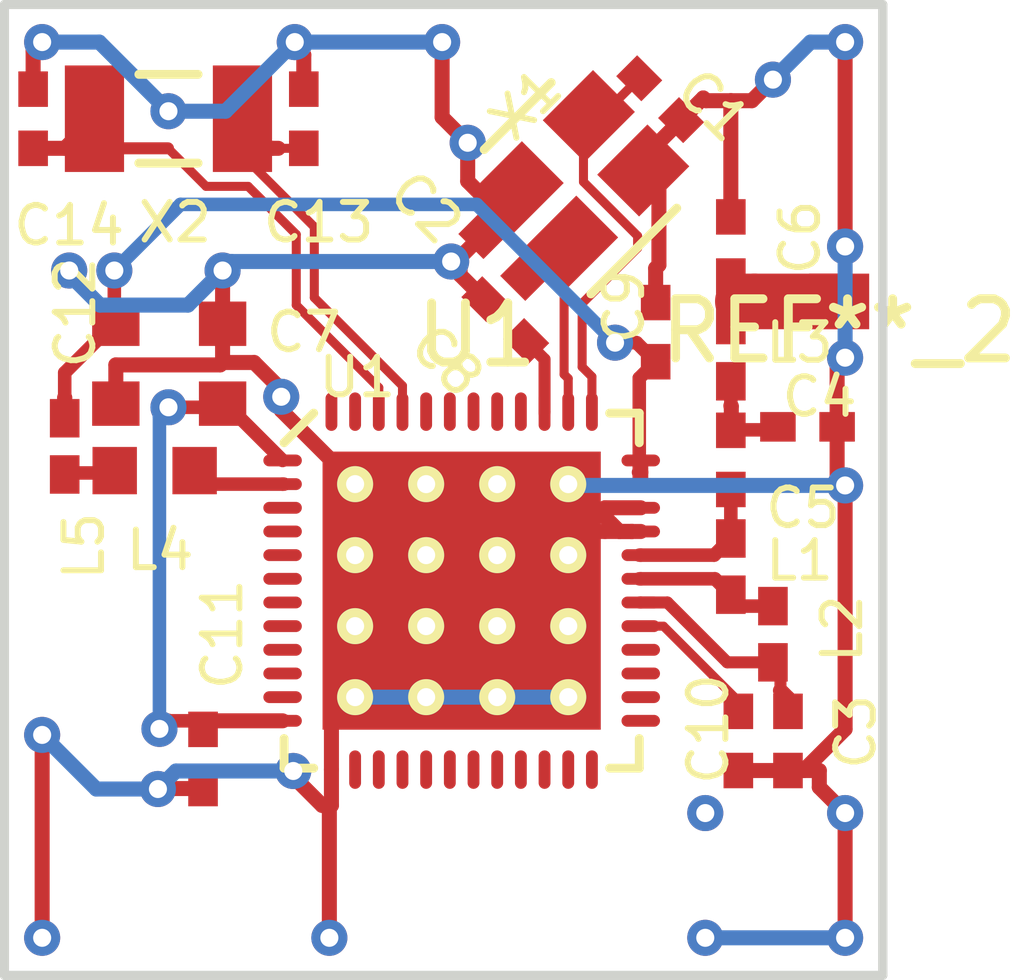
<source format=kicad_pcb>
(kicad_pcb (version 20171130) (host pcbnew "(5.1.12)-1")

  (general
    (thickness 1.6)
    (drawings 30)
    (tracks 253)
    (zones 0)
    (modules 46)
    (nets 17)
  )

  (page A4)
  (layers
    (0 F.Cu signal)
    (31 B.Cu signal)
    (32 B.Adhes user hide)
    (33 F.Adhes user hide)
    (34 B.Paste user)
    (35 F.Paste user)
    (36 B.SilkS user)
    (37 F.SilkS user)
    (38 B.Mask user)
    (39 F.Mask user)
    (40 Dwgs.User user)
    (41 Cmts.User user)
    (42 Eco1.User user)
    (43 Eco2.User user)
    (44 Edge.Cuts user)
    (45 Margin user)
    (46 B.CrtYd user)
    (47 F.CrtYd user)
    (48 B.Fab user)
    (49 F.Fab user)
  )

  (setup
    (last_trace_width 0.254)
    (trace_clearance 0.1524)
    (zone_clearance 0.09144)
    (zone_45_only yes)
    (trace_min 0.152)
    (via_size 0.6096)
    (via_drill 0.3048)
    (via_min_size 0.6096)
    (via_min_drill 0.3048)
    (uvia_size 0.508)
    (uvia_drill 0.127)
    (uvias_allowed no)
    (uvia_min_size 0.508)
    (uvia_min_drill 0.127)
    (edge_width 0.1)
    (segment_width 0.2)
    (pcb_text_width 0.3)
    (pcb_text_size 1.5 1.5)
    (mod_edge_width 0.15)
    (mod_text_size 1 1)
    (mod_text_width 0.15)
    (pad_size 1.2 1)
    (pad_drill 0)
    (pad_to_mask_clearance 0)
    (aux_axis_origin 0 0)
    (visible_elements 7FFCFF7F)
    (pcbplotparams
      (layerselection 0x00030_80000001)
      (usegerberextensions false)
      (usegerberattributes true)
      (usegerberadvancedattributes true)
      (creategerberjobfile true)
      (excludeedgelayer true)
      (linewidth 0.100000)
      (plotframeref false)
      (viasonmask false)
      (mode 1)
      (useauxorigin false)
      (hpglpennumber 1)
      (hpglpenspeed 20)
      (hpglpendiameter 15.000000)
      (psnegative false)
      (psa4output false)
      (plotreference true)
      (plotvalue true)
      (plotinvisibletext false)
      (padsonsilk false)
      (subtractmaskfromsilk false)
      (outputformat 1)
      (mirror false)
      (drillshape 0)
      (scaleselection 1)
      (outputdirectory "GerberOutput/"))
  )

  (net 0 "")
  (net 1 GND)
  (net 2 "Net-(C1-Pad1)")
  (net 3 "Net-(C2-Pad1)")
  (net 4 "Net-(C3-Pad1)")
  (net 5 "Net-(C4-Pad1)")
  (net 6 "Net-(C5-Pad2)")
  (net 7 "Net-(C6-Pad1)")
  (net 8 "Net-(C8-Pad2)")
  (net 9 "Net-(C12-Pad1)")
  (net 10 "Net-(C10-Pad2)")
  (net 11 "Net-(L1-Pad2)")
  (net 12 "Net-(L4-Pad1)")
  (net 13 "Net-(L4-Pad2)")
  (net 14 "Net-(C11-Pad1)")
  (net 15 "Net-(C13-Pad2)")
  (net 16 "Net-(C14-Pad2)")

  (net_class Default "This is the default net class."
    (clearance 0.1524)
    (trace_width 0.254)
    (via_dia 0.6096)
    (via_drill 0.3048)
    (uvia_dia 0.508)
    (uvia_drill 0.127)
    (add_net GND)
    (add_net "Net-(C1-Pad1)")
    (add_net "Net-(C10-Pad2)")
    (add_net "Net-(C11-Pad1)")
    (add_net "Net-(C12-Pad1)")
    (add_net "Net-(C13-Pad2)")
    (add_net "Net-(C14-Pad2)")
    (add_net "Net-(C2-Pad1)")
    (add_net "Net-(C3-Pad1)")
    (add_net "Net-(C4-Pad1)")
    (add_net "Net-(C5-Pad2)")
    (add_net "Net-(C6-Pad1)")
    (add_net "Net-(C8-Pad2)")
    (add_net "Net-(L1-Pad2)")
    (add_net "Net-(L4-Pad1)")
    (add_net "Net-(L4-Pad2)")
  )

  (net_class "Net-(C6-Pad1)" ""
    (clearance 0.1524)
    (trace_width 0.9398)
    (via_dia 0.6096)
    (via_drill 0.3048)
    (uvia_dia 0.508)
    (uvia_drill 0.127)
  )

  (module dcdc:INDC1608X06L (layer F.Cu) (tedit 56897FA5) (tstamp 539EEDBF)
    (at 78.92 -87.52)
    (path /566C9E5B)
    (attr smd)
    (fp_text reference L4 (at 0 2) (layer F.SilkS) hide
      (effects (font (size 1.524 1.524) (thickness 0.05)))
    )
    (fp_text value 10uH (at 0 -2) (layer F.SilkS) hide
      (effects (font (size 1.524 1.524) (thickness 0.05)))
    )
    (pad 1 smd rect (at -0.675 0 90) (size 0.800001 0.750001) (layers F.Cu F.Paste F.Mask)
      (net 12 "Net-(L4-Pad1)"))
    (pad 2 smd rect (at 0.675 0 90) (size 0.800001 0.750001) (layers F.Cu F.Paste F.Mask)
      (net 13 "Net-(L4-Pad2)"))
    (model "${KIPRJMOD}/dcdc.3dshapes/wrl/User Library-Chip Inductor.wrl"
      (offset (xyz 0 0.4749799928665162 0.3999991939926148))
      (scale (xyz 0.39370078740158 0.39370078740158 0.39370078740158))
      (rotate (xyz 360 360 180))
    )
    (model ${KIPRJMOD}/dcdc.3dshapes/wrlshp/3C0C10DE-CD94.wrl
      (at (xyz 0 0 0))
      (scale (xyz 1 1 1))
      (rotate (xyz 0 0 0))
    )
  )

  (module dcdc:INDC1005X04L (layer F.Cu) (tedit 56897F26) (tstamp 539EEDBF)
    (at 77.4 -87.93)
    (path /566C9933)
    (attr smd)
    (fp_text reference L5 (at 0 2) (layer F.SilkS) hide
      (effects (font (size 1.524 1.524) (thickness 0.05)))
    )
    (fp_text value 15nH (at 0 -2) (layer F.SilkS) hide
      (effects (font (size 1.524 1.524) (thickness 0.05)))
    )
    (pad 1 smd rect (at 0 -0.475) (size 0.499999 0.650001) (layers F.Cu F.Paste F.Mask)
      (net 9 "Net-(C12-Pad1)"))
    (pad 2 smd rect (at 0 0.475) (size 0.499999 0.650001) (layers F.Cu F.Paste F.Mask)
      (net 12 "Net-(L4-Pad1)"))
    (model "${KIPRJMOD}/dcdc.3dshapes/wrl/User Library-Chip Inductor 0402.wrl"
      (offset (xyz 0.2999739954948425 0 0.2499994962453842))
      (scale (xyz 0.39370078740158 0.39370078740158 0.39370078740158))
      (rotate (xyz 360 360 270))
    )
    (model ${KIPRJMOD}/dcdc.3dshapes/wrlshp/C9012E92-4FB3.wrl
      (at (xyz 0 0 0))
      (scale (xyz 1 1 1))
      (rotate (xyz 0 0 180))
    )
  )

  (module dcdc:XTAL_3215 (layer F.Cu) (tedit 56897EA8) (tstamp 539EEDBF)
    (at 79.1529 -93.4672 180)
    (path /56D1F980)
    (attr smd)
    (fp_text reference X2 (at 0 -3 180) (layer F.SilkS) hide
      (effects (font (size 1.524 1.524) (thickness 0.05)))
    )
    (fp_text value 32.768kHz (at 0 3 180) (layer F.SilkS) hide
      (effects (font (size 1.524 1.524) (thickness 0.05)))
    )
    (fp_line (start -0.5 -0.75) (end 0.5 -0.75) (layer F.SilkS) (width 0.15))
    (fp_line (start 0.5 0.75) (end -0.5 0.75) (layer F.SilkS) (width 0.15))
    (fp_line (start -2 1.15) (end -2 -1.15) (layer F.CrtYd) (width 0.05))
    (fp_line (start 2 1.15) (end -2 1.15) (layer F.CrtYd) (width 0.05))
    (fp_line (start 2 -1.15) (end 2 1.15) (layer F.CrtYd) (width 0.05))
    (fp_line (start -2 -1.15) (end 2 -1.15) (layer F.CrtYd) (width 0.05))
    (pad 2 smd rect (at 1.25 0 180) (size 1 1.8) (layers F.Cu F.Paste F.Mask)
      (net 16 "Net-(C14-Pad2)"))
    (pad 1 smd rect (at -1.25 0 180) (size 1 1.8) (layers F.Cu F.Paste F.Mask)
      (net 15 "Net-(C13-Pad2)"))
    (model "${KIPRJMOD}/dcdc.3dshapes/wrl/User Library-Siward_SX3215.wrl"
      (at (xyz 0 0 0))
      (scale (xyz 0.39370078740158 0.39370078740158 0.39370078740158))
      (rotate (xyz 270 360 180))
    )
    (model ${KIPRJMOD}/dcdc.3dshapes/wrlshp/069530FF-FD09.wrl
      (at (xyz 0 0 0))
      (scale (xyz 1 1 1))
      (rotate (xyz 0 0 180))
    )
    (model ${KIPRJMOD}/dcdc.3dshapes/wrlshp/07B379AA-9BDC.wrl
      (at (xyz 0 0 0))
      (scale (xyz 1 1 1))
      (rotate (xyz 0 0 0))
    )
  )

  (module dcdc:CAPC1005X04L (layer F.Cu) (tedit 4289BEAB) (tstamp 539EEDBF)
    (at 81.4389 -93.4672 270)
    (path /56D1F8D7)
    (attr smd)
    (fp_text reference C13 (at 0 0 270) (layer F.SilkS) hide
      (effects (font (size 1.524 1.524) (thickness 0.05)))
    )
    (fp_text value 12pF (at 0 0 270) (layer F.SilkS) hide
      (effects (font (size 1.524 1.524) (thickness 0.05)))
    )
    (pad 1 smd rect (at -0.5 0) (size 0.499999 0.599999) (layers F.Cu F.Paste F.Mask)
      (net 1 GND))
    (pad 2 smd rect (at 0.5 0) (size 0.499999 0.599999) (layers F.Cu F.Paste F.Mask)
      (net 15 "Net-(C13-Pad2)"))
    (model "${KIPRJMOD}/dcdc.3dshapes/wrl/User Library-0402(1005M) Cap.wrl"
      (offset (xyz 0 0 0.4999989924907685))
      (scale (xyz 0.39370078740158 0.39370078740158 0.39370078740158))
      (rotate (xyz 270 180 0))
    )
    (model ${KIPRJMOD}/dcdc.3dshapes/wrlshp/27F8D307-C50E.wrl
      (at (xyz 0 0 0))
      (scale (xyz 1 1 1))
      (rotate (xyz 0 0 360))
    )
  )

  (module dcdc:CAPC1005X04L (layer F.Cu) (tedit 4289BEAB) (tstamp 539EEDBF)
    (at 76.8669 -93.4672 270)
    (path /56D1F931)
    (attr smd)
    (fp_text reference C14 (at 0 0 270) (layer F.SilkS) hide
      (effects (font (size 1.524 1.524) (thickness 0.05)))
    )
    (fp_text value 12pF (at 0 0 270) (layer F.SilkS) hide
      (effects (font (size 1.524 1.524) (thickness 0.05)))
    )
    (pad 1 smd rect (at -0.5 0) (size 0.499999 0.599999) (layers F.Cu F.Paste F.Mask)
      (net 1 GND))
    (pad 2 smd rect (at 0.5 0) (size 0.499999 0.599999) (layers F.Cu F.Paste F.Mask)
      (net 16 "Net-(C14-Pad2)"))
    (model "${KIPRJMOD}/dcdc.3dshapes/wrl/User Library-0402(1005M) Cap.wrl"
      (offset (xyz 0 0 0.4999989924907685))
      (scale (xyz 0.39370078740158 0.39370078740158 0.39370078740158))
      (rotate (xyz 270 180 0))
    )
    (model ${KIPRJMOD}/dcdc.3dshapes/wrlshp/27F8D307-C50E.wrl
      (at (xyz 0 0 0))
      (scale (xyz 1 1 1))
      (rotate (xyz 0 0 360))
    )
  )

  (module dcdc:CAPC1005X04L (layer F.Cu) (tedit 4289BEAB) (tstamp 539EEDBF)
    (at 84.8425 -90.0636 315)
    (path /566CC4CB)
    (attr smd)
    (fp_text reference C8 (at 0 0 315) (layer F.SilkS) hide
      (effects (font (size 1.524 1.524) (thickness 0.05)))
    )
    (fp_text value 100nF (at 0 0 315) (layer F.SilkS) hide
      (effects (font (size 1.524 1.524) (thickness 0.05)))
    )
    (pad 1 smd rect (at -0.5 0 45) (size 0.499999 0.599999) (layers F.Cu F.Paste F.Mask)
      (net 1 GND))
    (pad 2 smd rect (at 0.5 0 45) (size 0.499999 0.599999) (layers F.Cu F.Paste F.Mask)
      (net 8 "Net-(C8-Pad2)"))
    (model "${KIPRJMOD}/dcdc.3dshapes/wrl/User Library-0402(1005M) Cap.wrl"
      (offset (xyz 0 0 0.4999989924907685))
      (scale (xyz 0.39370078740158 0.39370078740158 0.39370078740158))
      (rotate (xyz 270 180 0))
    )
    (model ${KIPRJMOD}/dcdc.3dshapes/wrlshp/27F8D307-C50E.wrl
      (at (xyz 0 0 0))
      (scale (xyz 1 1 1))
      (rotate (xyz 0 0 360))
    )
  )

  (module dcdc:CAPC1005X04L (layer F.Cu) (tedit 4289BEAB) (tstamp 539EEDBF)
    (at 84.7917 -91.1304 135)
    (path /566CD1BB)
    (attr smd)
    (fp_text reference C2 (at 0 0 135) (layer F.SilkS) hide
      (effects (font (size 1.524 1.524) (thickness 0.05)))
    )
    (fp_text value 12pF (at 0 0 135) (layer F.SilkS) hide
      (effects (font (size 1.524 1.524) (thickness 0.05)))
    )
    (pad 1 smd rect (at -0.5 0 225) (size 0.499999 0.599999) (layers F.Cu F.Paste F.Mask)
      (net 3 "Net-(C2-Pad1)"))
    (pad 2 smd rect (at 0.5 0 225) (size 0.499999 0.599999) (layers F.Cu F.Paste F.Mask)
      (net 1 GND))
    (model "${KIPRJMOD}/dcdc.3dshapes/wrl/User Library-0402(1005M) Cap.wrl"
      (offset (xyz 0 0 0.4999989924907685))
      (scale (xyz 0.39370078740158 0.39370078740158 0.39370078740158))
      (rotate (xyz 270 180 0))
    )
    (model ${KIPRJMOD}/dcdc.3dshapes/wrlshp/27F8D307-C50E.wrl
      (at (xyz 0 0 0))
      (scale (xyz 1 1 1))
      (rotate (xyz 0 0 360))
    )
  )

  (module dcdc:CAPC1005X04L (layer F.Cu) (tedit 4289BEAB) (tstamp 539EEDBF)
    (at 87.4587 -93.7974 315)
    (path /566CD21B)
    (attr smd)
    (fp_text reference C1 (at 0 0 315) (layer F.SilkS) hide
      (effects (font (size 1.524 1.524) (thickness 0.05)))
    )
    (fp_text value 12pF (at 0 0 315) (layer F.SilkS) hide
      (effects (font (size 1.524 1.524) (thickness 0.05)))
    )
    (pad 1 smd rect (at -0.5 0 45) (size 0.499999 0.599999) (layers F.Cu F.Paste F.Mask)
      (net 2 "Net-(C1-Pad1)"))
    (pad 2 smd rect (at 0.5 0 45) (size 0.499999 0.599999) (layers F.Cu F.Paste F.Mask)
      (net 1 GND))
    (model "${KIPRJMOD}/dcdc.3dshapes/wrl/User Library-0402(1005M) Cap.wrl"
      (offset (xyz 0 0 0.4999989924907685))
      (scale (xyz 0.39370078740158 0.39370078740158 0.39370078740158))
      (rotate (xyz 270 180 0))
    )
    (model ${KIPRJMOD}/dcdc.3dshapes/wrlshp/27F8D307-C50E.wrl
      (at (xyz 0 0 0))
      (scale (xyz 1 1 1))
      (rotate (xyz 0 0 360))
    )
  )

  (module dcdc:CAPC1005X04L (layer F.Cu) (tedit 4289BEAB) (tstamp 539EEDBF)
    (at 88.6525 -91.3082 90)
    (path /566CCFD6)
    (attr smd)
    (fp_text reference C6 (at 0 0 90) (layer F.SilkS) hide
      (effects (font (size 1.524 1.524) (thickness 0.05)))
    )
    (fp_text value 1.5pF (at 0 0 90) (layer F.SilkS) hide
      (effects (font (size 1.524 1.524) (thickness 0.05)))
    )
    (pad 1 smd rect (at -0.5 0 180) (size 0.499999 0.599999) (layers F.Cu F.Paste F.Mask)
      (net 7 "Net-(C6-Pad1)"))
    (pad 2 smd rect (at 0.5 0 180) (size 0.499999 0.599999) (layers F.Cu F.Paste F.Mask)
      (net 1 GND))
    (model "${KIPRJMOD}/dcdc.3dshapes/wrl/User Library-0402(1005M) Cap.wrl"
      (offset (xyz 0 0 0.4999989924907685))
      (scale (xyz 0.39370078740158 0.39370078740158 0.39370078740158))
      (rotate (xyz 270 180 0))
    )
    (model ${KIPRJMOD}/dcdc.3dshapes/wrlshp/27F8D307-C50E.wrl
      (at (xyz 0 0 0))
      (scale (xyz 1 1 1))
      (rotate (xyz 0 0 360))
    )
  )

  (module dcdc:CAPC1005X04L (layer F.Cu) (tedit 4289BEAB) (tstamp 539EEDBF)
    (at 87.3825 -89.8604 90)
    (path /566CAD24)
    (attr smd)
    (fp_text reference C9 (at 0 0 90) (layer F.SilkS) hide
      (effects (font (size 1.524 1.524) (thickness 0.05)))
    )
    (fp_text value 1.0nF (at 0 0 90) (layer F.SilkS) hide
      (effects (font (size 1.524 1.524) (thickness 0.05)))
    )
    (pad 1 smd rect (at -0.5 0 180) (size 0.499999 0.599999) (layers F.Cu F.Paste F.Mask)
      (net 9 "Net-(C12-Pad1)"))
    (pad 2 smd rect (at 0.5 0 180) (size 0.499999 0.599999) (layers F.Cu F.Paste F.Mask)
      (net 1 GND))
    (model "${KIPRJMOD}/dcdc.3dshapes/wrl/User Library-0402(1005M) Cap.wrl"
      (offset (xyz 0 0 0.4999989924907685))
      (scale (xyz 0.39370078740158 0.39370078740158 0.39370078740158))
      (rotate (xyz 270 180 0))
    )
    (model ${KIPRJMOD}/dcdc.3dshapes/wrlshp/27F8D307-C50E.wrl
      (at (xyz 0 0 0))
      (scale (xyz 1 1 1))
      (rotate (xyz 0 0 360))
    )
  )

  (module dcdc:INDC1005X04L (layer F.Cu) (tedit 56897F26) (tstamp 539EEDBF)
    (at 88.6525 -89.5048 180)
    (path /566CC2F0)
    (attr smd)
    (fp_text reference L3 (at 0 2 180) (layer F.SilkS) hide
      (effects (font (size 1.524 1.524) (thickness 0.05)))
    )
    (fp_text value 3.3nH (at 0 -2 180) (layer F.SilkS) hide
      (effects (font (size 1.524 1.524) (thickness 0.05)))
    )
    (pad 1 smd rect (at 0 -0.475 180) (size 0.499999 0.650001) (layers F.Cu F.Paste F.Mask)
      (net 5 "Net-(C4-Pad1)"))
    (pad 2 smd rect (at 0 0.475 180) (size 0.499999 0.650001) (layers F.Cu F.Paste F.Mask)
      (net 7 "Net-(C6-Pad1)"))
    (model "${KIPRJMOD}/dcdc.3dshapes/wrl/User Library-Chip Inductor 0402.wrl"
      (offset (xyz 0.2999739954948425 0 0.2499994962453842))
      (scale (xyz 0.39370078740158 0.39370078740158 0.39370078740158))
      (rotate (xyz 360 360 270))
    )
    (model ${KIPRJMOD}/dcdc.3dshapes/wrlshp/C9012E92-4FB3.wrl
      (at (xyz 0 0 0))
      (scale (xyz 1 1 1))
      (rotate (xyz 0 0 180))
    )
  )

  (module dcdc:CAPC1005X04L (layer F.Cu) (tedit 4289BEAB) (tstamp 539EEDBF)
    (at 89.9479 -88.2602)
    (path /566CCC82)
    (attr smd)
    (fp_text reference C4 (at 0 0) (layer F.SilkS) hide
      (effects (font (size 1.524 1.524) (thickness 0.05)))
    )
    (fp_text value 1.0pF (at 0 0) (layer F.SilkS) hide
      (effects (font (size 1.524 1.524) (thickness 0.05)))
    )
    (pad 1 smd rect (at -0.5 0 90) (size 0.499999 0.599999) (layers F.Cu F.Paste F.Mask)
      (net 5 "Net-(C4-Pad1)"))
    (pad 2 smd rect (at 0.5 0 90) (size 0.499999 0.599999) (layers F.Cu F.Paste F.Mask)
      (net 1 GND))
    (model "${KIPRJMOD}/dcdc.3dshapes/wrl/User Library-0402(1005M) Cap.wrl"
      (offset (xyz 0 0 0.4999989924907685))
      (scale (xyz 0.39370078740158 0.39370078740158 0.39370078740158))
      (rotate (xyz 270 180 0))
    )
    (model ${KIPRJMOD}/dcdc.3dshapes/wrlshp/27F8D307-C50E.wrl
      (at (xyz 0 0 0))
      (scale (xyz 1 1 1))
      (rotate (xyz 0 0 360))
    )
  )

  (module dcdc:CAPC1005X04L (layer F.Cu) (tedit 4289BEAB) (tstamp 539EEDBF)
    (at 88.6525 -87.7014 270)
    (path /566CCB65)
    (attr smd)
    (fp_text reference C5 (at 0 0 270) (layer F.SilkS) hide
      (effects (font (size 1.524 1.524) (thickness 0.05)))
    )
    (fp_text value 3.9pF (at 0 0 270) (layer F.SilkS) hide
      (effects (font (size 1.524 1.524) (thickness 0.05)))
    )
    (pad 1 smd rect (at -0.5 0) (size 0.499999 0.599999) (layers F.Cu F.Paste F.Mask)
      (net 5 "Net-(C4-Pad1)"))
    (pad 2 smd rect (at 0.5 0) (size 0.499999 0.599999) (layers F.Cu F.Paste F.Mask)
      (net 6 "Net-(C5-Pad2)"))
    (model "${KIPRJMOD}/dcdc.3dshapes/wrl/User Library-0402(1005M) Cap.wrl"
      (offset (xyz 0 0 0.4999989924907685))
      (scale (xyz 0.39370078740158 0.39370078740158 0.39370078740158))
      (rotate (xyz 270 180 0))
    )
    (model ${KIPRJMOD}/dcdc.3dshapes/wrlshp/27F8D307-C50E.wrl
      (at (xyz 0 0 0))
      (scale (xyz 1 1 1))
      (rotate (xyz 0 0 360))
    )
  )

  (module dcdc:INDC1005X04L (layer F.Cu) (tedit 56897F26) (tstamp 539EEDBF)
    (at 88.6525 -85.898)
    (path /566CC298)
    (attr smd)
    (fp_text reference L1 (at 0 2) (layer F.SilkS) hide
      (effects (font (size 1.524 1.524) (thickness 0.05)))
    )
    (fp_text value 4.7nH (at 0 -2) (layer F.SilkS) hide
      (effects (font (size 1.524 1.524) (thickness 0.05)))
    )
    (pad 1 smd rect (at 0 -0.475) (size 0.499999 0.650001) (layers F.Cu F.Paste F.Mask)
      (net 6 "Net-(C5-Pad2)"))
    (pad 2 smd rect (at 0 0.475) (size 0.499999 0.650001) (layers F.Cu F.Paste F.Mask)
      (net 11 "Net-(L1-Pad2)"))
    (model "${KIPRJMOD}/dcdc.3dshapes/wrl/User Library-Chip Inductor 0402.wrl"
      (offset (xyz 0.2999739954948425 0 0.2499994962453842))
      (scale (xyz 0.39370078740158 0.39370078740158 0.39370078740158))
      (rotate (xyz 360 360 270))
    )
    (model ${KIPRJMOD}/dcdc.3dshapes/wrlshp/C9012E92-4FB3.wrl
      (at (xyz 0 0 0))
      (scale (xyz 1 1 1))
      (rotate (xyz 0 0 180))
    )
  )

  (module dcdc:INDC1005X04L (layer F.Cu) (tedit 56897F26) (tstamp 539EEDBF)
    (at 89.3637 -84.755)
    (path /566CC23E)
    (attr smd)
    (fp_text reference L2 (at 0 2) (layer F.SilkS) hide
      (effects (font (size 1.524 1.524) (thickness 0.05)))
    )
    (fp_text value 27nH (at 0 -2) (layer F.SilkS) hide
      (effects (font (size 1.524 1.524) (thickness 0.05)))
    )
    (pad 1 smd rect (at 0 -0.475) (size 0.499999 0.650001) (layers F.Cu F.Paste F.Mask)
      (net 11 "Net-(L1-Pad2)"))
    (pad 2 smd rect (at 0 0.475) (size 0.499999 0.650001) (layers F.Cu F.Paste F.Mask)
      (net 4 "Net-(C3-Pad1)"))
    (model "${KIPRJMOD}/dcdc.3dshapes/wrl/User Library-Chip Inductor 0402.wrl"
      (offset (xyz 0.2999739954948425 0 0.2499994962453842))
      (scale (xyz 0.39370078740158 0.39370078740158 0.39370078740158))
      (rotate (xyz 360 360 270))
    )
    (model ${KIPRJMOD}/dcdc.3dshapes/wrlshp/C9012E92-4FB3.wrl
      (at (xyz 0 0 0))
      (scale (xyz 1 1 1))
      (rotate (xyz 0 0 180))
    )
  )

  (module dcdc:CAPC1005X04L (layer F.Cu) (tedit 4289BEAB) (tstamp 539EEDBF)
    (at 89.6177 -82.9516 270)
    (path /566CC3D8)
    (attr smd)
    (fp_text reference C3 (at 0 0 270) (layer F.SilkS) hide
      (effects (font (size 1.524 1.524) (thickness 0.05)))
    )
    (fp_text value 2.2nF (at 0 0 270) (layer F.SilkS) hide
      (effects (font (size 1.524 1.524) (thickness 0.05)))
    )
    (pad 1 smd rect (at -0.5 0) (size 0.499999 0.599999) (layers F.Cu F.Paste F.Mask)
      (net 4 "Net-(C3-Pad1)"))
    (pad 2 smd rect (at 0.5 0) (size 0.499999 0.599999) (layers F.Cu F.Paste F.Mask)
      (net 1 GND))
    (model "${KIPRJMOD}/dcdc.3dshapes/wrl/User Library-0402(1005M) Cap.wrl"
      (offset (xyz 0 0 0.4999989924907685))
      (scale (xyz 0.39370078740158 0.39370078740158 0.39370078740158))
      (rotate (xyz 270 180 0))
    )
    (model ${KIPRJMOD}/dcdc.3dshapes/wrlshp/27F8D307-C50E.wrl
      (at (xyz 0 0 0))
      (scale (xyz 1 1 1))
      (rotate (xyz 0 0 360))
    )
  )

  (module dcdc:CAPC1005X04L (layer F.Cu) (tedit 4289BEAB) (tstamp 539EEDBF)
    (at 88.7795 -82.9516 90)
    (path /566CC50B)
    (attr smd)
    (fp_text reference C10 (at 0 0 90) (layer F.SilkS) hide
      (effects (font (size 1.524 1.524) (thickness 0.05)))
    )
    (fp_text value 47nF (at 0 0 90) (layer F.SilkS) hide
      (effects (font (size 1.524 1.524) (thickness 0.05)))
    )
    (pad 1 smd rect (at -0.5 0 180) (size 0.499999 0.599999) (layers F.Cu F.Paste F.Mask)
      (net 1 GND))
    (pad 2 smd rect (at 0.5 0 180) (size 0.499999 0.599999) (layers F.Cu F.Paste F.Mask)
      (net 10 "Net-(C10-Pad2)"))
    (model "${KIPRJMOD}/dcdc.3dshapes/wrl/User Library-0402(1005M) Cap.wrl"
      (offset (xyz 0 0 0.4999989924907685))
      (scale (xyz 0.39370078740158 0.39370078740158 0.39370078740158))
      (rotate (xyz 270 180 0))
    )
    (model ${KIPRJMOD}/dcdc.3dshapes/wrlshp/27F8D307-C50E.wrl
      (at (xyz 0 0 0))
      (scale (xyz 1 1 1))
      (rotate (xyz 0 0 360))
    )
  )

  (module dcdc:CAPC1005X04L (layer F.Cu) (tedit 4289BEAB) (tstamp 539EEDBF)
    (at 79.7371 -82.6468 270)
    (path /566CC608)
    (attr smd)
    (fp_text reference C11 (at 0 0 270) (layer F.SilkS) hide
      (effects (font (size 1.524 1.524) (thickness 0.05)))
    )
    (fp_text value 100nF (at 0 0 270) (layer F.SilkS) hide
      (effects (font (size 1.524 1.524) (thickness 0.05)))
    )
    (pad 1 smd rect (at -0.5 0) (size 0.499999 0.599999) (layers F.Cu F.Paste F.Mask)
      (net 14 "Net-(C11-Pad1)"))
    (pad 2 smd rect (at 0.5 0) (size 0.499999 0.599999) (layers F.Cu F.Paste F.Mask)
      (net 1 GND))
    (model "${KIPRJMOD}/dcdc.3dshapes/wrl/User Library-0402(1005M) Cap.wrl"
      (offset (xyz 0 0 0.4999989924907685))
      (scale (xyz 0.39370078740158 0.39370078740158 0.39370078740158))
      (rotate (xyz 270 180 0))
    )
    (model ${KIPRJMOD}/dcdc.3dshapes/wrlshp/27F8D307-C50E.wrl
      (at (xyz 0 0 0))
      (scale (xyz 1 1 1))
      (rotate (xyz 0 0 360))
    )
  )

  (module dcdc:CAPC1608X06L (layer F.Cu) (tedit 4289BEAB) (tstamp 539EEDBF)
    (at 78.2639 -89.327 180)
    (path /566CAA6A)
    (attr smd)
    (fp_text reference C12 (at 0 0 180) (layer F.SilkS) hide
      (effects (font (size 1.524 1.524) (thickness 0.05)))
    )
    (fp_text value 1.0uF (at 0 0 180) (layer F.SilkS) hide
      (effects (font (size 1.524 1.524) (thickness 0.05)))
    )
    (pad 1 smd rect (at 0 0.675) (size 0.800001 0.750001) (layers F.Cu F.Paste F.Mask)
      (net 9 "Net-(C12-Pad1)"))
    (pad 2 smd rect (at 0 -0.675) (size 0.800001 0.750001) (layers F.Cu F.Paste F.Mask)
      (net 1 GND))
    (model "${KIPRJMOD}/dcdc.3dshapes/wrl/User Library-Chip Capacitor 0603.wrl"
      (offset (xyz 0.4300219935417176 0 0.3999991939926148))
      (scale (xyz 0.39370078740158 0.39370078740158 0.39370078740158))
      (rotate (xyz 360 360 270))
    )
    (model ${KIPRJMOD}/dcdc.3dshapes/wrlshp/B6A667F8-9D07.wrl
      (at (xyz 0 0 0))
      (scale (xyz 1 1 1))
      (rotate (xyz 0 0 180))
    )
  )

  (module dcdc:CAPC1608X06L (layer F.Cu) (tedit 4289BEAB) (tstamp 539EEDBF)
    (at 80.0673 -89.327)
    (path /566CC56A)
    (attr smd)
    (fp_text reference C7 (at 0 0) (layer F.SilkS) hide
      (effects (font (size 1.524 1.524) (thickness 0.05)))
    )
    (fp_text value 4.7uF (at 0 0) (layer F.SilkS) hide
      (effects (font (size 1.524 1.524) (thickness 0.05)))
    )
    (pad 1 smd rect (at 0 0.675 180) (size 0.800001 0.750001) (layers F.Cu F.Paste F.Mask)
      (net 14 "Net-(C11-Pad1)"))
    (pad 2 smd rect (at 0 -0.675 180) (size 0.800001 0.750001) (layers F.Cu F.Paste F.Mask)
      (net 1 GND))
    (model "${KIPRJMOD}/dcdc.3dshapes/wrl/User Library-Chip Capacitor 0603.wrl"
      (offset (xyz 0.4300219935417176 0 0.3999991939926148))
      (scale (xyz 0.39370078740158 0.39370078740158 0.39370078740158))
      (rotate (xyz 360 360 270))
    )
    (model ${KIPRJMOD}/dcdc.3dshapes/wrlshp/B6A667F8-9D07.wrl
      (at (xyz 0 0 0))
      (scale (xyz 1 1 1))
      (rotate (xyz 0 0 180))
    )
  )

  (module dcdc:VIA-0.6096 (layer F.Cu) (tedit 566CE49D) (tstamp 566CE167)
    (at 79.1529 -93.5942)
    (fp_text reference REF**_24 (at 0 2.54) (layer F.SilkS) hide
      (effects (font (size 1 1) (thickness 0.15)))
    )
    (fp_text value VIA-0.6096 (at 0 -2.54) (layer F.Fab) hide
      (effects (font (size 1 1) (thickness 0.15)))
    )
    (pad 1 thru_hole circle (at 0 0) (size 0.6096 0.6096) (drill 0.3048) (layers *.Cu)
      (net 1 GND) (zone_connect 2))
  )

  (module dcdc:VIA-0.6096 (layer F.Cu) (tedit 566CE49D) (tstamp 566CE167)
    (at 89.3637 -94.1276)
    (fp_text reference REF**_23 (at 0 2.54) (layer F.SilkS) hide
      (effects (font (size 1 1) (thickness 0.15)))
    )
    (fp_text value VIA-0.6096 (at 0 -2.54) (layer F.Fab) hide
      (effects (font (size 1 1) (thickness 0.15)))
    )
    (pad 1 thru_hole circle (at 0 0) (size 0.6096 0.6096) (drill 0.3048) (layers *.Cu)
      (net 1 GND) (zone_connect 2))
  )

  (module dcdc:VIA-0.6096 (layer F.Cu) (tedit 566CE49D) (tstamp 566CE167)
    (at 83.7757 -94.7626)
    (fp_text reference REF**_22 (at 0 2.54) (layer F.SilkS) hide
      (effects (font (size 1 1) (thickness 0.15)))
    )
    (fp_text value VIA-0.6096 (at 0 -2.54) (layer F.Fab) hide
      (effects (font (size 1 1) (thickness 0.15)))
    )
    (pad 1 thru_hole circle (at 0 0) (size 0.6096 0.6096) (drill 0.3048) (layers *.Cu)
      (net 1 GND) (zone_connect 2))
  )

  (module dcdc:VIA-0.6096 (layer F.Cu) (tedit 566CE49D) (tstamp 566CE167)
    (at 90.5829 -94.7626)
    (fp_text reference REF**_21 (at 0 2.54) (layer F.SilkS) hide
      (effects (font (size 1 1) (thickness 0.15)))
    )
    (fp_text value VIA-0.6096 (at 0 -2.54) (layer F.Fab) hide
      (effects (font (size 1 1) (thickness 0.15)))
    )
    (pad 1 thru_hole circle (at 0 0) (size 0.6096 0.6096) (drill 0.3048) (layers *.Cu)
      (net 1 GND) (zone_connect 2))
  )

  (module dcdc:VIA-0.6096 (layer F.Cu) (tedit 566CE49D) (tstamp 566CE167)
    (at 77.0193 -94.7626)
    (fp_text reference REF**_20 (at 0 2.54) (layer F.SilkS) hide
      (effects (font (size 1 1) (thickness 0.15)))
    )
    (fp_text value VIA-0.6096 (at 0 -2.54) (layer F.Fab) hide
      (effects (font (size 1 1) (thickness 0.15)))
    )
    (pad 1 thru_hole circle (at 0 0) (size 0.6096 0.6096) (drill 0.3048) (layers *.Cu)
      (net 1 GND) (zone_connect 2))
  )

  (module dcdc:VIA-0.6096 (layer F.Cu) (tedit 566CE49D) (tstamp 566CE167)
    (at 81.2865 -94.7626)
    (fp_text reference REF**_19 (at 0 2.54) (layer F.SilkS) hide
      (effects (font (size 1 1) (thickness 0.15)))
    )
    (fp_text value VIA-0.6096 (at 0 -2.54) (layer F.Fab) hide
      (effects (font (size 1 1) (thickness 0.15)))
    )
    (pad 1 thru_hole circle (at 0 0) (size 0.6096 0.6096) (drill 0.3048) (layers *.Cu)
      (net 1 GND) (zone_connect 2))
  )

  (module dcdc:VIA-0.6096 (layer F.Cu) (tedit 566CE49D) (tstamp 566CE167)
    (at 80.0673 -90.9018)
    (fp_text reference REF**_18 (at 0 2.54) (layer F.SilkS) hide
      (effects (font (size 1 1) (thickness 0.15)))
    )
    (fp_text value VIA-0.6096 (at 0 -2.54) (layer F.Fab) hide
      (effects (font (size 1 1) (thickness 0.15)))
    )
    (pad 1 thru_hole circle (at 0 0) (size 0.6096 0.6096) (drill 0.3048) (layers *.Cu)
      (net 1 GND) (zone_connect 2))
  )

  (module dcdc:VIA-0.6096 (layer F.Cu) (tedit 566CE49D) (tstamp 566CE167)
    (at 81.0579 -88.7682)
    (fp_text reference REF**_17 (at 0 2.54) (layer F.SilkS) hide
      (effects (font (size 1 1) (thickness 0.15)))
    )
    (fp_text value VIA-0.6096 (at 0 -2.54) (layer F.Fab) hide
      (effects (font (size 1 1) (thickness 0.15)))
    )
    (pad 1 thru_hole circle (at 0 0) (size 0.6096 0.6096) (drill 0.3048) (layers *.Cu)
      (net 1 GND) (zone_connect 2))
  )

  (module dcdc:VIA-0.6096 (layer F.Cu) (tedit 566CE49D) (tstamp 566CE167)
    (at 77.0193 -83.0532)
    (fp_text reference REF**_16 (at 0 2.54) (layer F.SilkS) hide
      (effects (font (size 1 1) (thickness 0.15)))
    )
    (fp_text value VIA-0.6096 (at 0 -2.54) (layer F.Fab) hide
      (effects (font (size 1 1) (thickness 0.15)))
    )
    (pad 1 thru_hole circle (at 0 0) (size 0.6096 0.6096) (drill 0.3048) (layers *.Cu)
      (net 1 GND) (zone_connect 2))
  )

  (module dcdc:VIA-0.6096 (layer F.Cu) (tedit 566CE49D) (tstamp 566CE167)
    (at 77.0193 -79.6242)
    (fp_text reference REF**_15 (at 0 2.54) (layer F.SilkS) hide
      (effects (font (size 1 1) (thickness 0.15)))
    )
    (fp_text value VIA-0.6096 (at 0 -2.54) (layer F.Fab) hide
      (effects (font (size 1 1) (thickness 0.15)))
    )
    (pad 1 thru_hole circle (at 0 0) (size 0.6096 0.6096) (drill 0.3048) (layers *.Cu)
      (net 1 GND) (zone_connect 2))
  )

  (module dcdc:VIA-0.6096 (layer F.Cu) (tedit 566CE49D) (tstamp 566CE167)
    (at 84.2075 -93.0608)
    (fp_text reference REF**_14 (at 0 2.54) (layer F.SilkS) hide
      (effects (font (size 1 1) (thickness 0.15)))
    )
    (fp_text value VIA-0.6096 (at 0 -2.54) (layer F.Fab) hide
      (effects (font (size 1 1) (thickness 0.15)))
    )
    (pad 1 thru_hole circle (at 0 0) (size 0.6096 0.6096) (drill 0.3048) (layers *.Cu)
      (net 1 GND) (zone_connect 2))
  )

  (module dcdc:VIA-0.6096 (layer F.Cu) (tedit 566CE49D) (tstamp 566CE167)
    (at 90.5829 -81.7324)
    (fp_text reference REF**_13 (at 0 2.54) (layer F.SilkS) hide
      (effects (font (size 1 1) (thickness 0.15)))
    )
    (fp_text value VIA-0.6096 (at 0 -2.54) (layer F.Fab) hide
      (effects (font (size 1 1) (thickness 0.15)))
    )
    (pad 1 thru_hole circle (at 0 0) (size 0.6096 0.6096) (drill 0.3048) (layers *.Cu)
      (net 1 GND) (zone_connect 2))
  )

  (module dcdc:VIA-0.6096 (layer F.Cu) (tedit 566CE49D) (tstamp 566CE167)
    (at 83.9281 -91.0542)
    (fp_text reference REF**_12 (at 0 2.54) (layer F.SilkS) hide
      (effects (font (size 1 1) (thickness 0.15)))
    )
    (fp_text value VIA-0.6096 (at 0 -2.54) (layer F.Fab) hide
      (effects (font (size 1 1) (thickness 0.15)))
    )
    (pad 1 thru_hole circle (at 0 0) (size 0.6096 0.6096) (drill 0.3048) (layers *.Cu)
      (net 1 GND) (zone_connect 2))
  )

  (module dcdc:VIA-0.6096 (layer F.Cu) (tedit 566CE49D) (tstamp 566CE167)
    (at 81.2611 -82.4436)
    (fp_text reference REF**_11 (at 0 2.54) (layer F.SilkS) hide
      (effects (font (size 1 1) (thickness 0.15)))
    )
    (fp_text value VIA-0.6096 (at 0 -2.54) (layer F.Fab) hide
      (effects (font (size 1 1) (thickness 0.15)))
    )
    (pad 1 thru_hole circle (at 0 0) (size 0.6096 0.6096) (drill 0.3048) (layers *.Cu)
      (net 1 GND) (zone_connect 2))
  )

  (module dcdc:VIA-0.6096 (layer F.Cu) (tedit 566CE49D) (tstamp 566CE167)
    (at 78.9751 -82.1388)
    (fp_text reference REF**_10 (at 0 2.54) (layer F.SilkS) hide
      (effects (font (size 1 1) (thickness 0.15)))
    )
    (fp_text value VIA-0.6096 (at 0 -2.54) (layer F.Fab) hide
      (effects (font (size 1 1) (thickness 0.15)))
    )
    (pad 1 thru_hole circle (at 0 0) (size 0.6096 0.6096) (drill 0.3048) (layers *.Cu)
      (net 1 GND) (zone_connect 2))
  )

  (module dcdc:VIA-0.6096 (layer F.Cu) (tedit 566CE49D) (tstamp 566CE167)
    (at 77.4765 -90.9018)
    (fp_text reference REF**_9 (at 0 2.54) (layer F.SilkS) hide
      (effects (font (size 1 1) (thickness 0.15)))
    )
    (fp_text value VIA-0.6096 (at 0 -2.54) (layer F.Fab) hide
      (effects (font (size 1 1) (thickness 0.15)))
    )
    (pad 1 thru_hole circle (at 0 0) (size 0.6096 0.6096) (drill 0.3048) (layers *.Cu)
      (net 1 GND) (zone_connect 2))
  )

  (module dcdc:VIA-0.6096 (layer F.Cu) (tedit 566CE49D) (tstamp 566CE167)
    (at 90.5829 -89.4286)
    (fp_text reference REF**_8 (at 0 2.54) (layer F.SilkS) hide
      (effects (font (size 1 1) (thickness 0.15)))
    )
    (fp_text value VIA-0.6096 (at 0 -2.54) (layer F.Fab) hide
      (effects (font (size 1 1) (thickness 0.15)))
    )
    (pad 1 thru_hole circle (at 0 0) (size 0.6096 0.6096) (drill 0.3048) (layers *.Cu)
      (net 1 GND) (zone_connect 2))
  )

  (module dcdc:VIA-0.6096 (layer F.Cu) (tedit 566CE49D) (tstamp 566CE167)
    (at 90.5829 -91.3082)
    (fp_text reference REF**_7 (at 0 2.54) (layer F.SilkS) hide
      (effects (font (size 1 1) (thickness 0.15)))
    )
    (fp_text value VIA-0.6096 (at 0 -2.54) (layer F.Fab) hide
      (effects (font (size 1 1) (thickness 0.15)))
    )
    (pad 1 thru_hole circle (at 0 0) (size 0.6096 0.6096) (drill 0.3048) (layers *.Cu)
      (net 1 GND) (zone_connect 2))
  )

  (module dcdc:VIA-0.6096 (layer F.Cu) (tedit 566CE49D) (tstamp 566CE167)
    (at 90.5829 -79.6242)
    (fp_text reference REF**_6 (at 0 2.54) (layer F.SilkS) hide
      (effects (font (size 1 1) (thickness 0.15)))
    )
    (fp_text value VIA-0.6096 (at 0 -2.54) (layer F.Fab) hide
      (effects (font (size 1 1) (thickness 0.15)))
    )
    (pad 1 thru_hole circle (at 0 0) (size 0.6096 0.6096) (drill 0.3048) (layers *.Cu)
      (net 1 GND) (zone_connect 2))
  )

  (module dcdc:VIA-0.6096 (layer F.Cu) (tedit 566CE49D) (tstamp 566CE167)
    (at 88.2207 -79.6242)
    (fp_text reference REF**_5 (at 0 2.54) (layer F.SilkS) hide
      (effects (font (size 1 1) (thickness 0.15)))
    )
    (fp_text value VIA-0.6096 (at 0 -2.54) (layer F.Fab) hide
      (effects (font (size 1 1) (thickness 0.15)))
    )
    (pad 1 thru_hole circle (at 0 0) (size 0.6096 0.6096) (drill 0.3048) (layers *.Cu)
      (net 1 GND) (zone_connect 2))
  )

  (module dcdc:VIA-0.6096 (layer F.Cu) (tedit 566CE49D) (tstamp 566CE167)
    (at 81.8707 -79.6242)
    (fp_text reference REF**_4 (at 0 2.54) (layer F.SilkS) hide
      (effects (font (size 1 1) (thickness 0.15)))
    )
    (fp_text value VIA-0.6096 (at 0 -2.54) (layer F.Fab) hide
      (effects (font (size 1 1) (thickness 0.15)))
    )
    (pad 1 thru_hole circle (at 0 0) (size 0.6096 0.6096) (drill 0.3048) (layers *.Cu)
      (net 1 GND) (zone_connect 2))
  )

  (module dcdc:VIA-0.6096 (layer F.Cu) (tedit 566CE49D) (tstamp 566CE167)
    (at 90.5829 -87.2696)
    (fp_text reference REF**_3 (at 0 2.54) (layer F.SilkS) hide
      (effects (font (size 1 1) (thickness 0.15)))
    )
    (fp_text value VIA-0.6096 (at 0 -2.54) (layer F.Fab) hide
      (effects (font (size 1 1) (thickness 0.15)))
    )
    (pad 1 thru_hole circle (at 0 0) (size 0.6096 0.6096) (drill 0.3048) (layers *.Cu)
      (net 1 GND) (zone_connect 2))
  )

  (module dcdc:antenna (layer F.Cu) (tedit 566F3FA9) (tstamp 566F4979)
    (at 90.4813 -90.3793)
    (fp_text reference REF**_2 (at 0 0.5) (layer F.SilkS)
      (effects (font (size 1 1) (thickness 0.15)))
    )
    (fp_text value antenna (at 0 -0.5) (layer F.Fab)
      (effects (font (size 1 1) (thickness 0.15)))
    )
    (pad 1 smd rect (at 0 0) (size 1.016 0.9398) (layers F.Cu F.Paste F.Mask)
      (net 7 "Net-(C6-Pad1)"))
  )

  (module dcdc:VIA-0.6096 (layer F.Cu) (tedit 566CE49D) (tstamp 56706487)
    (at 88.2207 -81.7324)
    (fp_text reference REF** (at 0 2.54) (layer F.SilkS) hide
      (effects (font (size 1 1) (thickness 0.15)))
    )
    (fp_text value VIA-0.6096 (at 0 -2.54) (layer F.Fab) hide
      (effects (font (size 1 1) (thickness 0.15)))
    )
    (pad 1 thru_hole circle (at 0 0) (size 0.6096 0.6096) (drill 0.3048) (layers *.Cu)
      (zone_connect 2))
  )

  (module nrf:nrf51-qfax-1ep-vias (layer F.Cu) (tedit 5671B420) (tstamp 567DC418)
    (at 84.1059 -85.4916)
    (descr "QFN, 48-Leads, Body 6,0x6,0mm (max), Pitch 0,40mm, IPC Medium Density")
    (tags "QFN 0.4")
    (path /567DBE79)
    (attr smd)
    (fp_text reference U1 (at 0.254 -4.318) (layer F.SilkS)
      (effects (font (size 1 1) (thickness 0.15)))
    )
    (fp_text value nrf51822-qfax (at 0.508 4.572) (layer F.Fab)
      (effects (font (size 1 1) (thickness 0.15)))
    )
    (fp_line (start -3.6 3.6) (end 3.6 3.6) (layer F.CrtYd) (width 0.05))
    (fp_line (start -3.6 -3.6) (end 3.6 -3.6) (layer F.CrtYd) (width 0.05))
    (fp_line (start 3.6 3.6) (end 3.6 -3.6) (layer F.CrtYd) (width 0.05))
    (fp_line (start -3.6 3.6) (end -3.6 -3.6) (layer F.CrtYd) (width 0.05))
    (fp_line (start -3 3) (end -3 2.5) (layer F.SilkS) (width 0.15))
    (fp_line (start -3 3) (end -2.5 3) (layer F.SilkS) (width 0.15))
    (fp_line (start 2.5 3) (end 3 3) (layer F.SilkS) (width 0.15))
    (fp_line (start 3 3) (end 3 2.5) (layer F.SilkS) (width 0.15))
    (fp_line (start 3 -2.5) (end 3 -3) (layer F.SilkS) (width 0.15))
    (fp_line (start 2.5 -3) (end 3 -3) (layer F.SilkS) (width 0.15))
    (fp_line (start -3 -2.5) (end -2.5 -3) (layer F.SilkS) (width 0.15))
    (pad 1 smd oval (at -3.025 -2.2 90) (size 0.2 0.650001) (layers F.Cu F.Paste F.Mask)
      (net 14 "Net-(C11-Pad1)"))
    (pad 2 smd oval (at -3.025 -1.8 90) (size 0.2 0.650001) (layers F.Cu F.Paste F.Mask)
      (net 13 "Net-(L4-Pad2)"))
    (pad 3 smd oval (at -3.025 -1.4 90) (size 0.2 0.650001) (layers F.Cu F.Paste F.Mask))
    (pad 4 smd oval (at -3.025 -1 90) (size 0.2 0.650001) (layers F.Cu F.Paste F.Mask))
    (pad 5 smd oval (at -3.025 -0.6 90) (size 0.2 0.650001) (layers F.Cu F.Paste F.Mask))
    (pad 6 smd oval (at -3.025 -0.2 90) (size 0.2 0.650001) (layers F.Cu F.Paste F.Mask))
    (pad 7 smd oval (at -3.025 0.2 90) (size 0.2 0.650001) (layers F.Cu F.Paste F.Mask))
    (pad 8 smd oval (at -3.025 0.6 90) (size 0.2 0.650001) (layers F.Cu F.Paste F.Mask))
    (pad 9 smd oval (at -3.025 1 90) (size 0.2 0.650001) (layers F.Cu F.Paste F.Mask))
    (pad 10 smd oval (at -3.025 1.4 90) (size 0.2 0.650001) (layers F.Cu F.Paste F.Mask))
    (pad 11 smd oval (at -3.025 1.8 90) (size 0.2 0.650001) (layers F.Cu F.Paste F.Mask))
    (pad 12 smd oval (at -3.025 2.2 90) (size 0.2 0.650001) (layers F.Cu F.Paste F.Mask)
      (net 14 "Net-(C11-Pad1)"))
    (pad 13 smd oval (at -2.2 3.025) (size 0.2 0.650001) (layers F.Cu F.Paste F.Mask)
      (net 1 GND))
    (pad 14 smd oval (at -1.8 3.025) (size 0.2 0.650001) (layers F.Cu F.Paste F.Mask))
    (pad 15 smd oval (at -1.4 3.025) (size 0.2 0.650001) (layers F.Cu F.Paste F.Mask))
    (pad 16 smd oval (at -1 3.025) (size 0.2 0.650001) (layers F.Cu F.Paste F.Mask))
    (pad 17 smd oval (at -0.6 3.025) (size 0.2 0.650001) (layers F.Cu F.Paste F.Mask))
    (pad 18 smd oval (at -0.2 3.025) (size 0.2 0.650001) (layers F.Cu F.Paste F.Mask))
    (pad 19 smd oval (at 0.2 3.025) (size 0.2 0.650001) (layers F.Cu F.Paste F.Mask))
    (pad 20 smd oval (at 0.6 3.025) (size 0.2 0.650001) (layers F.Cu F.Paste F.Mask))
    (pad 21 smd oval (at 1 3.025) (size 0.2 0.650001) (layers F.Cu F.Paste F.Mask))
    (pad 22 smd oval (at 1.4 3.025) (size 0.2 0.650001) (layers F.Cu F.Paste F.Mask))
    (pad 23 smd oval (at 1.8 3.025) (size 0.2 0.650001) (layers F.Cu F.Paste F.Mask))
    (pad 24 smd oval (at 2.2 3.025) (size 0.2 0.650001) (layers F.Cu F.Paste F.Mask))
    (pad 25 smd oval (at 3.025 2.2 90) (size 0.2 0.650001) (layers F.Cu F.Paste F.Mask))
    (pad 26 smd oval (at 3.025 1.8 90) (size 0.2 0.650001) (layers F.Cu F.Paste F.Mask))
    (pad 27 smd oval (at 3.025 1.4 90) (size 0.2 0.650001) (layers F.Cu F.Paste F.Mask))
    (pad 28 smd oval (at 3.025 1 90) (size 0.2 0.650001) (layers F.Cu F.Paste F.Mask))
    (pad 29 smd oval (at 3.025 0.6 90) (size 0.2 0.650001) (layers F.Cu F.Paste F.Mask)
      (net 10 "Net-(C10-Pad2)"))
    (pad 30 smd oval (at 3.025 0.2 90) (size 0.2 0.650001) (layers F.Cu F.Paste F.Mask)
      (net 4 "Net-(C3-Pad1)"))
    (pad 31 smd oval (at 3.025 -0.2 90) (size 0.2 0.650001) (layers F.Cu F.Paste F.Mask)
      (net 11 "Net-(L1-Pad2)"))
    (pad 32 smd oval (at 3.025 -0.6 90) (size 0.2 0.650001) (layers F.Cu F.Paste F.Mask)
      (net 6 "Net-(C5-Pad2)"))
    (pad 33 smd oval (at 3.025 -1 90) (size 0.2 0.650001) (layers F.Cu F.Paste F.Mask)
      (net 1 GND))
    (pad 34 smd oval (at 3.025 -1.4 90) (size 0.2 0.650001) (layers F.Cu F.Paste F.Mask)
      (net 1 GND))
    (pad 35 smd oval (at 3.025 -1.8 90) (size 0.2 0.650001) (layers F.Cu F.Paste F.Mask)
      (net 9 "Net-(C12-Pad1)"))
    (pad 36 smd oval (at 3.025 -2.2 90) (size 0.2 0.650001) (layers F.Cu F.Paste F.Mask)
      (net 9 "Net-(C12-Pad1)"))
    (pad 37 smd oval (at 2.2 -3.025) (size 0.2 0.650001) (layers F.Cu F.Paste F.Mask)
      (net 2 "Net-(C1-Pad1)"))
    (pad 38 smd oval (at 1.8 -3.025) (size 0.2 0.650001) (layers F.Cu F.Paste F.Mask)
      (net 3 "Net-(C2-Pad1)"))
    (pad 39 smd oval (at 1.4 -3.025) (size 0.2 0.650001) (layers F.Cu F.Paste F.Mask)
      (net 8 "Net-(C8-Pad2)"))
    (pad 40 smd oval (at 1 -3.025) (size 0.2 0.650001) (layers F.Cu F.Paste F.Mask))
    (pad 41 smd oval (at 0.6 -3.025) (size 0.2 0.650001) (layers F.Cu F.Paste F.Mask))
    (pad 42 smd oval (at 0.2 -3.025) (size 0.2 0.650001) (layers F.Cu F.Paste F.Mask))
    (pad 43 smd oval (at -0.2 -3.025) (size 0.2 0.650001) (layers F.Cu F.Paste F.Mask))
    (pad 44 smd oval (at -0.6 -3.025) (size 0.2 0.650001) (layers F.Cu F.Paste F.Mask))
    (pad 45 smd oval (at -1 -3.025) (size 0.2 0.650001) (layers F.Cu F.Paste F.Mask)
      (net 15 "Net-(C13-Pad2)"))
    (pad 46 smd oval (at -1.4 -3.025) (size 0.2 0.650001) (layers F.Cu F.Paste F.Mask)
      (net 16 "Net-(C14-Pad2)"))
    (pad 47 smd oval (at -1.8 -3.025) (size 0.2 0.650001) (layers F.Cu F.Paste F.Mask))
    (pad 48 smd oval (at -2.2 -3.025) (size 0.2 0.650001) (layers F.Cu F.Paste F.Mask))
    (pad 49 smd rect (at 0 0) (size 4.700001 4.700001) (layers F.Cu F.Paste F.Mask)
      (net 1 GND) (solder_paste_margin_ratio -0.2))
    (pad 49 thru_hole circle (at -1.8 -1.8) (size 0.6096 0.6096) (drill 0.3048) (layers *.Cu *.Mask F.SilkS)
      (net 1 GND))
    (pad 49 thru_hole circle (at -0.6 -1.8) (size 0.6096 0.6096) (drill 0.3048) (layers *.Cu *.Mask F.SilkS)
      (net 1 GND))
    (pad 49 thru_hole circle (at 0.6 -1.8) (size 0.6096 0.6096) (drill 0.3048) (layers *.Cu *.Mask F.SilkS)
      (net 1 GND))
    (pad 49 thru_hole circle (at 1.8 -1.8) (size 0.6096 0.6096) (drill 0.3048) (layers *.Cu *.Mask F.SilkS)
      (net 1 GND))
    (pad 49 thru_hole circle (at -1.8 -0.6) (size 0.6096 0.6096) (drill 0.3048) (layers *.Cu *.Mask F.SilkS)
      (net 1 GND))
    (pad 49 thru_hole circle (at -0.6 -0.6) (size 0.6096 0.6096) (drill 0.3048) (layers *.Cu *.Mask F.SilkS)
      (net 1 GND))
    (pad 49 thru_hole circle (at 0.6 -0.6) (size 0.6096 0.6096) (drill 0.3048) (layers *.Cu *.Mask F.SilkS)
      (net 1 GND))
    (pad 49 thru_hole circle (at 1.8 -0.6) (size 0.6096 0.6096) (drill 0.3048) (layers *.Cu *.Mask F.SilkS)
      (net 1 GND))
    (pad 49 thru_hole circle (at -1.8 0.6) (size 0.6096 0.6096) (drill 0.3048) (layers *.Cu *.Mask F.SilkS)
      (net 1 GND))
    (pad 49 thru_hole circle (at -0.6 0.6) (size 0.6096 0.6096) (drill 0.3048) (layers *.Cu *.Mask F.SilkS)
      (net 1 GND))
    (pad 49 thru_hole circle (at 0.6 0.6) (size 0.6096 0.6096) (drill 0.3048) (layers *.Cu *.Mask F.SilkS)
      (net 1 GND))
    (pad 49 thru_hole circle (at 1.8 0.6) (size 0.6096 0.6096) (drill 0.3048) (layers *.Cu *.Mask F.SilkS)
      (net 1 GND))
    (pad 49 thru_hole circle (at -1.8 1.8) (size 0.6096 0.6096) (drill 0.3048) (layers *.Cu *.Mask F.SilkS)
      (net 1 GND))
    (pad 49 thru_hole circle (at -0.6 1.8) (size 0.6096 0.6096) (drill 0.3048) (layers *.Cu *.Mask F.SilkS)
      (net 1 GND))
    (pad 49 thru_hole circle (at 0.6 1.8) (size 0.6096 0.6096) (drill 0.3048) (layers *.Cu *.Mask F.SilkS)
      (net 1 GND))
    (pad 49 thru_hole circle (at 1.8 1.8) (size 0.6096 0.6096) (drill 0.3048) (layers *.Cu *.Mask F.SilkS)
      (net 1 GND))
    (model Housings_DFN_QFN.3dshapes/QFN-48-1EP_7x7mm_Pitch0.5mm.wrl
      (at (xyz 0 0 0))
      (scale (xyz 0.8 0.8 0.8))
      (rotate (xyz 0 0 0))
    )
  )

  (module dcdc:BT-XTAL_2520 (layer F.Cu) (tedit 56897CE5) (tstamp 56D1E3A7)
    (at 86.1125 -92.4512 135)
    (path /56D1F3A1)
    (attr smd)
    (fp_text reference X1 (at 0 -3 135) (layer F.SilkS) hide
      (effects (font (size 1.524 1.524) (thickness 0.05)))
    )
    (fp_text value Crystal-4 (at 0 3 135) (layer F.SilkS) hide
      (effects (font (size 1.524 1.524) (thickness 0.05)))
    )
    (fp_line (start -1.5 0.8) (end -1.5 -1.25) (layer F.SilkS) (width 0.15))
    (fp_line (start 1.5 -0.8) (end 1.5 0.8) (layer F.SilkS) (width 0.15))
    (fp_line (start -1.75 1.7) (end -1.75 -1.7) (layer F.CrtYd) (width 0.05))
    (fp_line (start 1.75 1.7) (end -1.75 1.7) (layer F.CrtYd) (width 0.05))
    (fp_line (start 1.75 -1.7) (end 1.75 1.7) (layer F.CrtYd) (width 0.05))
    (fp_line (start -1.75 -1.7) (end 1.75 -1.7) (layer F.CrtYd) (width 0.05))
    (pad 2 smd rect (at -0.65 0.85 45) (size 1.2 1) (layers F.Cu F.Paste F.Mask)
      (net 1 GND))
    (pad 3 smd rect (at 0.65 0.85 45) (size 1.2 1) (layers F.Cu F.Paste F.Mask)
      (net 2 "Net-(C1-Pad1)"))
    (pad 1 smd rect (at -0.65 -0.85 45) (size 1.2 1) (layers F.Cu F.Paste F.Mask)
      (net 3 "Net-(C2-Pad1)"))
    (pad 4 smd rect (at 0.65 -0.85 45) (size 1.2 1) (layers F.Cu F.Paste F.Mask)
      (net 1 GND))
    (model "${KIPRJMOD}/dcdc.3dshapes/wrl/User Library-GeyerElectronics_KX6.wrl"
      (offset (xyz -0.007111999893188476 -0.007111999893188476 0))
      (scale (xyz 0.393701 0.393701 0.393701))
      (rotate (xyz 270 360 90))
    )
    (model ${KIPRJMOD}/dcdc.3dshapes/wrlshp/AFAD9782-D084.wrl
      (at (xyz 0 0 0))
      (scale (xyz 1 1 1))
      (rotate (xyz 0 0 180))
    )
    (model ${KIPRJMOD}/dcdc.3dshapes/wrlshp/A6760B87-8591.wrl
      (at (xyz 0 0 0))
      (scale (xyz 1 1 1))
      (rotate (xyz 0 0 0))
    )
  )

  (gr_line (start 76.38354 -78.98922) (end 76.38354 -95.39762) (layer Edge.Cuts) (width 0.1524))
  (gr_line (start 76.38354 -78.98922) (end 91.21912 -78.98922) (layer Edge.Cuts) (width 0.1524))
  (gr_line (start 91.21912 -78.98922) (end 91.21912 -95.39762) (layer Edge.Cuts) (width 0.1524))
  (gr_line (start 76.38354 -95.39762) (end 91.21912 -95.39762) (layer Edge.Cuts) (width 0.1524))
  (gr_line (start 76.38354 -95.39762) (end 91.21912 -95.39762) (layer Edge.Cuts) (width 0.1524))
  (gr_line (start 76.38354 -78.98922) (end 76.38354 -95.39762) (layer Edge.Cuts) (width 0.1524))
  (gr_line (start 76.38354 -78.98922) (end 91.21912 -78.98922) (layer Edge.Cuts) (width 0.1524))
  (gr_line (start 91.21912 -78.98922) (end 91.21912 -95.39762) (layer Edge.Cuts) (width 0.1524))
  (gr_text X2 (at 78.59414 -91.71462) (layer F.SilkS)
    (effects (font (size 0.635 0.635) (thickness 0.1)) (justify left))
  )
  (gr_text C14 (at 76.48594 -91.66382) (layer F.SilkS)
    (effects (font (size 0.635 0.635) (thickness 0.1)) (justify left))
  )
  (gr_text C13 (at 80.70234 -91.71462) (layer F.SilkS)
    (effects (font (size 0.635 0.635) (thickness 0.1)) (justify left))
  )
  (gr_text C12 (at 77.57814 -89.20002 90) (layer F.SilkS)
    (effects (font (size 0.635 0.635) (thickness 0.1)) (justify left))
  )
  (gr_text C10 (at 88.27153 -82.16422 90) (layer F.SilkS)
    (effects (font (size 0.635 0.635) (thickness 0.1)) (justify left))
  )
  (gr_text L5 (at 77.72519 -85.61862 90) (layer F.SilkS)
    (effects (font (size 0.635 0.635) (thickness 0.1)) (justify left))
  )
  (gr_text L4 (at 78.38559 -86.17742) (layer F.SilkS)
    (effects (font (size 0.635 0.635) (thickness 0.1)) (justify left))
  )
  (gr_text C1 (at 87.86513 -94.17842 315) (layer F.SilkS)
    (effects (font (size 0.635 0.635) (thickness 0.1)) (justify left))
  )
  (gr_text X1 (at 84.71553 -93.23862 45) (layer F.SilkS)
    (effects (font (size 0.635 0.635) (thickness 0.1)) (justify left))
  )
  (gr_text U1 (at 81.64213 -89.09842) (layer F.SilkS)
    (effects (font (size 0.635 0.635) (thickness 0.1)) (justify left))
  )
  (gr_text C11 (at 80.06199 -83.76442 90) (layer F.SilkS)
    (effects (font (size 0.635 0.635) (thickness 0.1)) (justify left))
  )
  (gr_text C8 (at 83.36933 -89.86042 315) (layer F.SilkS)
    (effects (font (size 0.635 0.635) (thickness 0.1)) (justify left))
  )
  (gr_text C7 (at 80.75314 -89.86042) (layer F.SilkS)
    (effects (font (size 0.635 0.635) (thickness 0.1)) (justify left))
  )
  (gr_text C9 (at 86.84913 -89.60642 90) (layer F.SilkS)
    (effects (font (size 0.635 0.635) (thickness 0.1)) (justify left))
  )
  (gr_text C2 (at 83.01373 -92.45122 315) (layer F.SilkS)
    (effects (font (size 0.635 0.635) (thickness 0.1)) (justify left))
  )
  (gr_text L3 (at 89.18594 -89.68262) (layer F.SilkS)
    (effects (font (size 0.635 0.635) (thickness 0.1)) (justify left))
  )
  (gr_text L2 (at 90.53213 -84.22162 90) (layer F.SilkS)
    (effects (font (size 0.635 0.635) (thickness 0.1)) (justify left))
  )
  (gr_text L1 (at 89.18594 -85.99962) (layer F.SilkS)
    (effects (font (size 0.635 0.635) (thickness 0.1)) (justify left))
  )
  (gr_text C6 (at 89.82093 -90.77482 90) (layer F.SilkS)
    (effects (font (size 0.635 0.635) (thickness 0.1)) (justify left))
  )
  (gr_text C5 (at 89.18594 -86.88862) (layer F.SilkS)
    (effects (font (size 0.635 0.635) (thickness 0.1)) (justify left))
  )
  (gr_text C3 (at 90.76073 -82.41822 90) (layer F.SilkS)
    (effects (font (size 0.635 0.635) (thickness 0.1)) (justify left))
  )
  (gr_text C4 (at 89.46534 -88.76822) (layer F.SilkS)
    (effects (font (size 0.635 0.635) (thickness 0.1)) (justify left))
  )

  (segment (start 87.1309 -86.8916) (end 86.5264 -86.8916) (width 0.254) (layer F.Cu) (net 1))
  (segment (start 86.5264 -86.8916) (end 86.5264 -86.7344) (width 0.254) (layer F.Cu) (net 1))
  (segment (start 86.5264 -86.7344) (end 86.7691 -86.4917) (width 0.254) (layer F.Cu) (net 1))
  (segment (start 86.7691 -86.4917) (end 86.9798 -86.4917) (width 0.254) (layer F.Cu) (net 1))
  (segment (start 86.9798 -86.4917) (end 86.9798 -86.4916) (width 0.254) (layer F.Cu) (net 1))
  (segment (start 86.9798 -86.4916) (end 86.5264 -86.4916) (width 0.254) (layer F.Cu) (net 1))
  (segment (start 87.1309 -86.4916) (end 86.9798 -86.4916) (width 0.254) (layer F.Cu) (net 1))
  (segment (start 83.9281 -91.0542) (end 80.2197 -91.0542) (width 0.254) (layer B.Cu) (net 1))
  (segment (start 80.2197 -91.0542) (end 80.0673 -90.9018) (width 0.254) (layer B.Cu) (net 1))
  (segment (start 77.0193 -94.7626) (end 77.9845 -94.7626) (width 0.254) (layer B.Cu) (net 1))
  (segment (start 77.9845 -94.7626) (end 79.1529 -93.5942) (width 0.254) (layer B.Cu) (net 1))
  (segment (start 83.7757 -94.7626) (end 81.2865 -94.7626) (width 0.254) (layer B.Cu) (net 1))
  (segment (start 84.0083 -91.0542) (end 84.4381 -91.484) (width 0.254) (layer F.Cu) (net 1))
  (segment (start 83.9281 -91.0542) (end 84.0083 -91.0542) (width 0.254) (layer F.Cu) (net 1))
  (segment (start 84.0083 -91.0542) (end 84.0083 -91.0141) (width 0.254) (layer F.Cu) (net 1))
  (segment (start 84.0083 -91.0141) (end 84.0792 -90.9432) (width 0.254) (layer F.Cu) (net 1))
  (segment (start 84.0792 -90.9432) (end 84.0792 -90.827) (width 0.254) (layer F.Cu) (net 1))
  (segment (start 84.4889 -90.4172) (end 84.0792 -90.827) (width 0.254) (layer F.Cu) (net 1))
  (segment (start 90.5829 -87.2696) (end 85.9279 -87.2696) (width 0.254) (layer B.Cu) (net 1))
  (segment (start 85.9279 -87.2696) (end 85.9059 -87.2916) (width 0.254) (layer B.Cu) (net 1))
  (segment (start 88.6525 -93.772) (end 88.233 -93.772) (width 0.254) (layer F.Cu) (net 1))
  (segment (start 88.233 -93.772) (end 88.1868 -93.8183) (width 0.254) (layer F.Cu) (net 1))
  (segment (start 89.3637 -94.1276) (end 89.0081 -93.772) (width 0.254) (layer F.Cu) (net 1))
  (segment (start 89.0081 -93.772) (end 88.6525 -93.772) (width 0.254) (layer F.Cu) (net 1))
  (segment (start 88.6525 -93.772) (end 88.6525 -91.8082) (width 0.254) (layer F.Cu) (net 1))
  (segment (start 87.8123 -93.4438) (end 88.1868 -93.8183) (width 0.254) (layer F.Cu) (net 1))
  (segment (start 87.3825 -90.3604) (end 87.3825 -90.9399) (width 0.254) (layer F.Cu) (net 1))
  (segment (start 87.3825 -90.9399) (end 87.4378 -90.9952) (width 0.254) (layer F.Cu) (net 1))
  (segment (start 87.4378 -90.9952) (end 87.4378 -93.0693) (width 0.254) (layer F.Cu) (net 1))
  (segment (start 87.4378 -93.0693) (end 87.4379 -93.0694) (width 0.254) (layer F.Cu) (net 1))
  (segment (start 90.5829 -89.4286) (end 90.5829 -91.3082) (width 0.254) (layer B.Cu) (net 1))
  (segment (start 89.8825 -82.4516) (end 90.5829 -83.152) (width 0.254) (layer F.Cu) (net 1))
  (segment (start 90.5829 -83.152) (end 90.5829 -87.2696) (width 0.254) (layer F.Cu) (net 1))
  (segment (start 89.8825 -82.4516) (end 90.1472 -82.4516) (width 0.254) (layer F.Cu) (net 1))
  (segment (start 89.6177 -82.4516) (end 89.8825 -82.4516) (width 0.254) (layer F.Cu) (net 1))
  (segment (start 88.7795 -82.4516) (end 89.6177 -82.4516) (width 0.254) (layer F.Cu) (net 1))
  (segment (start 85.9059 -86.4916) (end 85.9059 -87.2916) (width 0.254) (layer F.Cu) (net 1))
  (segment (start 85.9059 -86.0916) (end 85.9059 -86.4916) (width 0.254) (layer F.Cu) (net 1))
  (segment (start 85.9059 -86.4916) (end 86.5264 -86.4916) (width 0.254) (layer F.Cu) (net 1))
  (segment (start 78.2639 -88.652) (end 78.2639 -89.3065) (width 0.254) (layer F.Cu) (net 1))
  (segment (start 78.2639 -89.3065) (end 80.0263 -89.3065) (width 0.254) (layer F.Cu) (net 1))
  (segment (start 80.0263 -89.3065) (end 80.0673 -89.3475) (width 0.254) (layer F.Cu) (net 1))
  (segment (start 81.0579 -88.7682) (end 81.0579 -88.5396) (width 0.254) (layer F.Cu) (net 1))
  (segment (start 81.0579 -88.5396) (end 82.3059 -87.2916) (width 0.254) (layer F.Cu) (net 1))
  (segment (start 80.0673 -89.3475) (end 80.6002 -89.3475) (width 0.254) (layer F.Cu) (net 1))
  (segment (start 80.6002 -89.3475) (end 81.0579 -88.8898) (width 0.254) (layer F.Cu) (net 1))
  (segment (start 81.0579 -88.8898) (end 81.0579 -88.7682) (width 0.254) (layer F.Cu) (net 1))
  (segment (start 79.1529 -93.5942) (end 80.1181 -93.5942) (width 0.254) (layer B.Cu) (net 1))
  (segment (start 80.1181 -93.5942) (end 81.2865 -94.7626) (width 0.254) (layer B.Cu) (net 1))
  (segment (start 83.7757 -94.7626) (end 83.7757 -93.4926) (width 0.254) (layer F.Cu) (net 1))
  (segment (start 83.7757 -93.4926) (end 84.2075 -93.0608) (width 0.254) (layer F.Cu) (net 1))
  (segment (start 90.5829 -94.7626) (end 89.9987 -94.7626) (width 0.254) (layer B.Cu) (net 1))
  (segment (start 89.9987 -94.7626) (end 89.3637 -94.1276) (width 0.254) (layer B.Cu) (net 1))
  (segment (start 77.0193 -94.7626) (end 76.8669 -94.6102) (width 0.254) (layer F.Cu) (net 1))
  (segment (start 76.8669 -94.6102) (end 76.8669 -93.9672) (width 0.254) (layer F.Cu) (net 1))
  (segment (start 81.4389 -93.9672) (end 81.4389 -94.5467) (width 0.254) (layer F.Cu) (net 1))
  (segment (start 81.2865 -94.7626) (end 81.2865 -94.6991) (width 0.254) (layer F.Cu) (net 1))
  (segment (start 81.2865 -94.6991) (end 81.4389 -94.5467) (width 0.254) (layer F.Cu) (net 1))
  (segment (start 80.0673 -90.9018) (end 80.0673 -90.002) (width 0.254) (layer F.Cu) (net 1))
  (segment (start 80.0673 -90.002) (end 80.0673 -89.3475) (width 0.254) (layer F.Cu) (net 1))
  (segment (start 77.0193 -83.0532) (end 77.9337 -82.1388) (width 0.254) (layer B.Cu) (net 1))
  (segment (start 77.9337 -82.1388) (end 78.9751 -82.1388) (width 0.254) (layer B.Cu) (net 1))
  (segment (start 77.0193 -79.6242) (end 77.0193 -83.0532) (width 0.254) (layer F.Cu) (net 1))
  (segment (start 84.6801 -91.9381) (end 84.4299 -91.6879) (width 0.254) (layer F.Cu) (net 1))
  (segment (start 85.0518 -92.3098) (end 84.6801 -91.9381) (width 0.254) (layer F.Cu) (net 1))
  (segment (start 84.2075 -93.0608) (end 84.2075 -92.4107) (width 0.254) (layer F.Cu) (net 1))
  (segment (start 84.2075 -92.4107) (end 84.6801 -91.9381) (width 0.254) (layer F.Cu) (net 1))
  (segment (start 90.5829 -81.7324) (end 90.1472 -82.1681) (width 0.254) (layer F.Cu) (net 1))
  (segment (start 90.1472 -82.1681) (end 90.1472 -82.4516) (width 0.254) (layer F.Cu) (net 1))
  (segment (start 90.5829 -79.6242) (end 90.5829 -81.7324) (width 0.254) (layer F.Cu) (net 1))
  (segment (start 81.2611 -82.4436) (end 79.2799 -82.4436) (width 0.254) (layer B.Cu) (net 1))
  (segment (start 79.2799 -82.4436) (end 78.9751 -82.1388) (width 0.254) (layer B.Cu) (net 1))
  (segment (start 79.7371 -82.1468) (end 79.2076 -82.1468) (width 0.254) (layer F.Cu) (net 1))
  (segment (start 78.9751 -82.1388) (end 79.1996 -82.1388) (width 0.254) (layer F.Cu) (net 1))
  (segment (start 79.1996 -82.1388) (end 79.2076 -82.1468) (width 0.254) (layer F.Cu) (net 1))
  (segment (start 77.4765 -90.9018) (end 77.4765 -90.8373) (width 0.254) (layer B.Cu) (net 1))
  (segment (start 77.4765 -90.8373) (end 77.9964 -90.3174) (width 0.254) (layer B.Cu) (net 1))
  (segment (start 77.9964 -90.3174) (end 79.4829 -90.3174) (width 0.254) (layer B.Cu) (net 1))
  (segment (start 79.4829 -90.3174) (end 80.0673 -90.9018) (width 0.254) (layer B.Cu) (net 1))
  (segment (start 90.5829 -89.4286) (end 90.4479 -89.2936) (width 0.254) (layer F.Cu) (net 1))
  (segment (start 90.4479 -89.2936) (end 90.4479 -88.2602) (width 0.254) (layer F.Cu) (net 1))
  (segment (start 90.5829 -91.3082) (end 90.5829 -94.7626) (width 0.254) (layer F.Cu) (net 1))
  (segment (start 88.2207 -79.6242) (end 90.5829 -79.6242) (width 0.254) (layer B.Cu) (net 1))
  (segment (start 81.8707 -81.8621) (end 81.7487 -81.8621) (width 0.254) (layer F.Cu) (net 1))
  (segment (start 81.7487 -81.8621) (end 81.2612 -82.3496) (width 0.254) (layer F.Cu) (net 1))
  (segment (start 81.2612 -82.3496) (end 81.2612 -82.4436) (width 0.254) (layer F.Cu) (net 1))
  (segment (start 81.2612 -82.4436) (end 81.2611 -82.4436) (width 0.254) (layer F.Cu) (net 1))
  (segment (start 81.9059 -81.8621) (end 81.8707 -81.8621) (width 0.254) (layer F.Cu) (net 1))
  (segment (start 81.8707 -79.6242) (end 81.8707 -81.8621) (width 0.254) (layer F.Cu) (net 1))
  (segment (start 90.5829 -87.2696) (end 90.4479 -87.4046) (width 0.254) (layer F.Cu) (net 1))
  (segment (start 90.4479 -87.4046) (end 90.4479 -88.2602) (width 0.254) (layer F.Cu) (net 1))
  (segment (start 81.9059 -82.4666) (end 81.9059 -81.8621) (width 0.254) (layer F.Cu) (net 1))
  (segment (start 82.3059 -83.6916) (end 81.9059 -83.2916) (width 0.254) (layer F.Cu) (net 1))
  (segment (start 81.9059 -83.2916) (end 81.9059 -82.4666) (width 0.254) (layer F.Cu) (net 1))
  (segment (start 82.3059 -84.8916) (end 82.3059 -83.6916) (width 0.254) (layer F.Cu) (net 1))
  (segment (start 82.3059 -83.6916) (end 83.5059 -83.6916) (width 0.254) (layer B.Cu) (net 1))
  (segment (start 83.5059 -83.6916) (end 84.7059 -83.6916) (width 0.254) (layer B.Cu) (net 1))
  (segment (start 84.7059 -85.4916) (end 84.7059 -86.0916) (width 0.254) (layer F.Cu) (net 1))
  (segment (start 84.7059 -84.8916) (end 84.7059 -85.4916) (width 0.254) (layer F.Cu) (net 1))
  (segment (start 84.7059 -85.4916) (end 84.1059 -85.4916) (width 0.254) (layer F.Cu) (net 1))
  (segment (start 85.9059 -83.6916) (end 84.7059 -83.6916) (width 0.254) (layer B.Cu) (net 1))
  (segment (start 82.3059 -86.0916) (end 82.3059 -87.2916) (width 0.254) (layer F.Cu) (net 1))
  (segment (start 82.3059 -84.8916) (end 82.3059 -86.0916) (width 0.254) (layer F.Cu) (net 1))
  (segment (start 83.5059 -86.0916) (end 83.5059 -87.2916) (width 0.254) (layer F.Cu) (net 1))
  (segment (start 83.5059 -84.8916) (end 83.5059 -86.0916) (width 0.254) (layer F.Cu) (net 1))
  (segment (start 84.7059 -86.0916) (end 84.7059 -87.2916) (width 0.254) (layer F.Cu) (net 1))
  (segment (start 85.9059 -84.8916) (end 85.9059 -86.0916) (width 0.254) (layer F.Cu) (net 1))
  (segment (start 83.5059 -83.6916) (end 83.5059 -84.8916) (width 0.254) (layer F.Cu) (net 1))
  (segment (start 84.7059 -83.6916) (end 84.7059 -84.8916) (width 0.254) (layer F.Cu) (net 1))
  (segment (start 85.9059 -83.6916) (end 85.9059 -84.8916) (width 0.254) (layer F.Cu) (net 1))
  (segment (start 87.8123 -93.4438) (end 87.4379 -93.0694) (width 0.254) (layer F.Cu) (net 1))
  (segment (start 87.1732 -92.5926) (end 87.4379 -92.8573) (width 0.254) (layer F.Cu) (net 1))
  (segment (start 87.4379 -92.8573) (end 87.4379 -93.0693) (width 0.254) (layer F.Cu) (net 1))
  (segment (start 87.4379 -93.0693) (end 87.4379 -93.0694) (width 0.254) (layer F.Cu) (net 1))
  (segment (start 84.4299 -91.6879) (end 84.4381 -91.6797) (width 0.254) (layer F.Cu) (net 1))
  (segment (start 84.4381 -91.6797) (end 84.4381 -91.484) (width 0.254) (layer F.Cu) (net 1))
  (segment (start 86.1633 -93.2091) (end 87.1051 -94.1509) (width 0.1524) (layer F.Cu) (net 2))
  (segment (start 86.3059 -88.5166) (end 86.3059 -89.1075) (width 0.1524) (layer F.Cu) (net 2))
  (segment (start 86.3059 -89.1075) (end 86.1409 -89.2725) (width 0.1524) (layer F.Cu) (net 2))
  (segment (start 86.1409 -89.2725) (end 86.1409 -90.346) (width 0.1524) (layer F.Cu) (net 2))
  (segment (start 86.1409 -90.346) (end 87.0777 -91.2828) (width 0.1524) (layer F.Cu) (net 2))
  (segment (start 87.0777 -91.2828) (end 87.0777 -91.486) (width 0.1524) (layer F.Cu) (net 2))
  (segment (start 87.0777 -91.486) (end 86.1633 -92.4004) (width 0.1524) (layer F.Cu) (net 2))
  (segment (start 86.1633 -92.4004) (end 86.1633 -93.2091) (width 0.1524) (layer F.Cu) (net 2))
  (segment (start 86.2539 -93.5119) (end 86.1633 -93.4213) (width 0.254) (layer F.Cu) (net 2))
  (segment (start 86.1633 -93.4213) (end 86.1633 -93.2091) (width 0.254) (layer F.Cu) (net 2))
  (segment (start 87.1051 -94.1509) (end 87.1051 -94.151) (width 0.254) (layer F.Cu) (net 2))
  (segment (start 87.1051 -94.1509) (end 87.1052 -94.151) (width 0.1524) (layer F.Cu) (net 2))
  (segment (start 85.9374 -91.2862) (end 86.0065 -91.3552) (width 0.1524) (layer F.Cu) (net 3))
  (segment (start 85.9059 -91.2547) (end 85.9374 -91.2862) (width 0.1524) (layer F.Cu) (net 3))
  (segment (start 85.9711 -91.3905) (end 85.9711 -91.3199) (width 0.254) (layer F.Cu) (net 3))
  (segment (start 85.9711 -91.3199) (end 85.9374 -91.2862) (width 0.254) (layer F.Cu) (net 3))
  (segment (start 85.411 -91.0426) (end 85.411 -91.0425) (width 0.254) (layer F.Cu) (net 3))
  (segment (start 85.411 -91.0425) (end 85.1453 -90.7768) (width 0.254) (layer F.Cu) (net 3))
  (segment (start 85.411 -91.0426) (end 85.6766 -91.3082) (width 0.1524) (layer F.Cu) (net 3))
  (segment (start 85.6766 -91.3082) (end 85.9059 -91.3082) (width 0.1524) (layer F.Cu) (net 3))
  (segment (start 85.9059 -91.3082) (end 85.9059 -91.2547) (width 0.1524) (layer F.Cu) (net 3))
  (segment (start 85.1453 -90.7769) (end 85.411 -91.0426) (width 0.1524) (layer F.Cu) (net 3))
  (segment (start 85.9059 -88.4916) (end 85.9059 -88.5166) (width 0.1524) (layer F.Cu) (net 3))
  (segment (start 85.9059 -91.2547) (end 85.8361 -91.1849) (width 0.1524) (layer F.Cu) (net 3))
  (segment (start 85.8361 -91.1849) (end 85.8361 -89.1462) (width 0.1524) (layer F.Cu) (net 3))
  (segment (start 85.8361 -89.1462) (end 85.9059 -89.0764) (width 0.1524) (layer F.Cu) (net 3))
  (segment (start 85.9059 -89.0764) (end 85.9059 -88.5166) (width 0.1524) (layer F.Cu) (net 3))
  (segment (start 89.4907 -83.8023) (end 89.6177 -83.6753) (width 0.254) (layer F.Cu) (net 4))
  (segment (start 89.6177 -83.6753) (end 89.6177 -83.4516) (width 0.254) (layer F.Cu) (net 4))
  (segment (start 89.4907 -83.8023) (end 89.4907 -84.153) (width 0.2032) (layer F.Cu) (net 4))
  (segment (start 89.4907 -84.153) (end 89.3637 -84.28) (width 0.2032) (layer F.Cu) (net 4))
  (segment (start 89.4907 -83.4516) (end 89.4907 -83.8023) (width 0.2032) (layer F.Cu) (net 4))
  (segment (start 89.3637 -84.28) (end 88.5924 -84.28) (width 0.2032) (layer F.Cu) (net 4))
  (segment (start 88.5924 -84.28) (end 87.5808 -85.2916) (width 0.2032) (layer F.Cu) (net 4))
  (segment (start 87.5808 -85.2916) (end 87.1309 -85.2916) (width 0.2032) (layer F.Cu) (net 4))
  (segment (start 87.1059 -85.2916) (end 87.1309 -85.2916) (width 0.2032) (layer F.Cu) (net 4))
  (segment (start 89.3971 -88.2094) (end 89.4479 -88.2602) (width 0.254) (layer F.Cu) (net 5))
  (segment (start 89.3971 -88.2094) (end 89.5241 -88.2094) (width 0.2286) (layer F.Cu) (net 5))
  (segment (start 88.6605 -88.2094) (end 89.3971 -88.2094) (width 0.2286) (layer F.Cu) (net 5))
  (segment (start 88.6525 -88.6156) (end 88.6605 -88.6076) (width 0.254) (layer F.Cu) (net 5))
  (segment (start 88.6605 -88.6076) (end 88.6605 -88.2094) (width 0.254) (layer F.Cu) (net 5))
  (segment (start 88.6525 -88.6156) (end 88.6525 -89.0298) (width 0.2286) (layer F.Cu) (net 5))
  (segment (start 88.6525 -88.2014) (end 88.6525 -88.6156) (width 0.2286) (layer F.Cu) (net 5))
  (segment (start 88.6525 -87.2014) (end 88.6525 -87.2264) (width 0.2286) (layer F.Cu) (net 6))
  (segment (start 88.6525 -86.373) (end 88.6525 -87.2014) (width 0.2286) (layer F.Cu) (net 6))
  (segment (start 87.1309 -86.0916) (end 88.3711 -86.0916) (width 0.2286) (layer F.Cu) (net 6))
  (segment (start 88.3711 -86.0916) (end 88.6525 -86.373) (width 0.2286) (layer F.Cu) (net 6))
  (segment (start 87.1059 -86.0916) (end 87.1309 -86.0916) (width 0.2286) (layer F.Cu) (net 6))
  (segment (start 88.6525 -90.8082) (end 88.8557 -90.605) (width 0.254) (layer F.Cu) (net 7))
  (segment (start 88.8557 -90.605) (end 88.8557 -90.3793) (width 0.254) (layer F.Cu) (net 7))
  (segment (start 89.052 -90.3793) (end 88.6525 -89.9798) (width 0.254) (layer F.Cu) (net 7))
  (segment (start 89.052 -90.3793) (end 90.4813 -90.3793) (width 0.9398) (layer F.Cu) (net 7))
  (segment (start 88.8557 -90.3793) (end 89.052 -90.3793) (width 0.9398) (layer F.Cu) (net 7))
  (segment (start 85.1961 -89.71) (end 85.5059 -89.4002) (width 0.2032) (layer F.Cu) (net 8))
  (segment (start 85.5059 -89.4002) (end 85.5059 -88.5166) (width 0.2032) (layer F.Cu) (net 8))
  (segment (start 85.1961 -89.7101) (end 85.1961 -89.71) (width 0.2032) (layer F.Cu) (net 8))
  (segment (start 85.5059 -88.4916) (end 85.5059 -88.5166) (width 0.2032) (layer F.Cu) (net 8))
  (segment (start 78.2385 -90.0128) (end 78.2385 -90.9018) (width 0.2286) (layer F.Cu) (net 9))
  (segment (start 77.4003 -88.7541) (end 77.4003 -89.1746) (width 0.2286) (layer F.Cu) (net 9))
  (segment (start 77.4003 -89.1746) (end 78.2385 -90.0128) (width 0.2286) (layer F.Cu) (net 9))
  (segment (start 78.2639 -90.002) (end 78.2493 -90.002) (width 0.254) (layer F.Cu) (net 9))
  (segment (start 78.2493 -90.002) (end 78.2385 -90.0128) (width 0.254) (layer F.Cu) (net 9))
  (segment (start 87.1059 -87.4916) (end 87.1059 -89.0838) (width 0.2286) (layer F.Cu) (net 9))
  (segment (start 87.1059 -89.0838) (end 87.3825 -89.3604) (width 0.2286) (layer F.Cu) (net 9))
  (segment (start 87.1059 -87.2916) (end 87.1059 -87.4916) (width 0.2286) (layer F.Cu) (net 9))
  (segment (start 87.1309 -87.4916) (end 87.1059 -87.4916) (width 0.254) (layer F.Cu) (net 9))
  (segment (start 87.1309 -87.4916) (end 87.1309 -87.2916) (width 0.254) (layer F.Cu) (net 9))
  (segment (start 87.1309 -87.6916) (end 87.1309 -87.4916) (width 0.254) (layer F.Cu) (net 9))
  (segment (start 77.4003 -88.7541) (end 77.4 -88.7538) (width 0.254) (layer F.Cu) (net 9))
  (segment (start 77.4 -88.7538) (end 77.4 -88.405) (width 0.254) (layer F.Cu) (net 9))
  (segment (start 77.4003 -88.405) (end 77.4003 -88.7541) (width 0.2286) (layer F.Cu) (net 9))
  (segment (start 78.2385 -90.9018) (end 79.3561 -92.0194) (width 0.2286) (layer B.Cu) (net 9))
  (segment (start 79.3561 -92.0194) (end 84.3599 -92.0194) (width 0.2286) (layer B.Cu) (net 9))
  (segment (start 84.3599 -92.0194) (end 86.6967 -89.6826) (width 0.2286) (layer B.Cu) (net 9))
  (segment (start 86.6967 -89.6826) (end 87.0603 -89.6826) (width 0.2286) (layer F.Cu) (net 9))
  (segment (start 87.0603 -89.6826) (end 87.3825 -89.3604) (width 0.2286) (layer F.Cu) (net 9))
  (via (at 78.2385 -90.9018) (size 0.6096) (layers F.Cu B.Cu) (net 9))
  (via (at 86.6967 -89.6826) (size 0.6096) (layers F.Cu B.Cu) (net 9))
  (segment (start 87.1059 -84.8916) (end 87.1309 -84.8916) (width 0.1524) (layer F.Cu) (net 10))
  (segment (start 87.1309 -84.8916) (end 87.5138 -84.8916) (width 0.1524) (layer F.Cu) (net 10))
  (segment (start 87.5138 -84.8916) (end 88.7795 -83.6259) (width 0.1524) (layer F.Cu) (net 10))
  (segment (start 88.7795 -83.6259) (end 88.7795 -83.4516) (width 0.1524) (layer F.Cu) (net 10))
  (segment (start 87.1309 -85.6916) (end 88.3839 -85.6916) (width 0.2286) (layer F.Cu) (net 11))
  (segment (start 88.3839 -85.6916) (end 88.6525 -85.423) (width 0.2286) (layer F.Cu) (net 11))
  (segment (start 87.1059 -85.6916) (end 87.1309 -85.6916) (width 0.2286) (layer F.Cu) (net 11))
  (segment (start 88.6525 -85.423) (end 88.8455 -85.23) (width 0.2286) (layer F.Cu) (net 11))
  (segment (start 88.8455 -85.23) (end 89.3637 -85.23) (width 0.2286) (layer F.Cu) (net 11))
  (segment (start 77.4326 -87.4808) (end 78.2058 -87.4808) (width 0.2286) (layer F.Cu) (net 12))
  (segment (start 77.4261 -87.4808) (end 77.4326 -87.4808) (width 0.2286) (layer F.Cu) (net 12))
  (segment (start 77.4 -87.455) (end 77.4068 -87.455) (width 0.254) (layer F.Cu) (net 12))
  (segment (start 77.4068 -87.455) (end 77.4326 -87.4808) (width 0.254) (layer F.Cu) (net 12))
  (segment (start 78.2058 -87.4808) (end 78.245 -87.52) (width 0.254) (layer F.Cu) (net 12))
  (segment (start 78.2058 -87.4808) (end 78.2305 -87.4808) (width 0.2286) (layer F.Cu) (net 12))
  (segment (start 79.6101 -87.4728) (end 79.595 -87.4879) (width 0.254) (layer F.Cu) (net 13))
  (segment (start 79.595 -87.4879) (end 79.595 -87.52) (width 0.254) (layer F.Cu) (net 13))
  (segment (start 79.6101 -87.4728) (end 79.7913 -87.2916) (width 0.2286) (layer F.Cu) (net 13))
  (segment (start 79.7913 -87.2916) (end 81.0809 -87.2916) (width 0.2286) (layer F.Cu) (net 13))
  (segment (start 81.0809 -87.2916) (end 81.1059 -87.2916) (width 0.2286) (layer F.Cu) (net 13))
  (segment (start 80.0057 -88.5904) (end 80.0673 -88.652) (width 0.254) (layer F.Cu) (net 14))
  (segment (start 80.0057 -88.5904) (end 80.1821 -88.5904) (width 0.2286) (layer F.Cu) (net 14))
  (segment (start 80.1821 -88.5904) (end 81.0809 -87.6916) (width 0.2286) (layer F.Cu) (net 14))
  (segment (start 79.1529 -88.5904) (end 80.0057 -88.5904) (width 0.2286) (layer F.Cu) (net 14))
  (segment (start 79.0005 -83.1548) (end 79.0005 -83.1802) (width 0.254) (layer B.Cu) (net 14))
  (segment (start 79.1373 -83.2916) (end 79.0005 -83.1548) (width 0.254) (layer F.Cu) (net 14))
  (segment (start 79.1373 -83.2916) (end 81.0809 -83.2916) (width 0.2286) (layer F.Cu) (net 14))
  (segment (start 79.0357 -83.2916) (end 79.1373 -83.2916) (width 0.2286) (layer F.Cu) (net 14))
  (segment (start 81.0809 -83.2916) (end 81.1059 -83.2916) (width 0.2286) (layer F.Cu) (net 14))
  (segment (start 79.0005 -83.1802) (end 79.0005 -88.438) (width 0.2286) (layer B.Cu) (net 14))
  (segment (start 79.0005 -88.438) (end 79.1529 -88.5904) (width 0.2286) (layer B.Cu) (net 14))
  (segment (start 81.0809 -83.2916) (end 79.8819 -83.2916) (width 0.254) (layer F.Cu) (net 14))
  (segment (start 79.8819 -83.2916) (end 79.7371 -83.1468) (width 0.254) (layer F.Cu) (net 14))
  (via (at 79.0005 -83.1548) (size 0.6096) (layers F.Cu B.Cu) (net 14))
  (via (at 79.1529 -88.5904) (size 0.6096) (layers F.Cu B.Cu) (net 14))
  (segment (start 80.9093 -92.9672) (end 80.9095 -92.9672) (width 0.1524) (layer F.Cu) (net 15))
  (segment (start 80.9029 -92.9672) (end 80.9093 -92.9672) (width 0.1524) (layer F.Cu) (net 15))
  (segment (start 80.9095 -92.9672) (end 80.9093 -92.9672) (width 0.254) (layer F.Cu) (net 15))
  (segment (start 81.0078 -92.9672) (end 81.4389 -92.9672) (width 0.1524) (layer F.Cu) (net 15))
  (segment (start 80.9095 -92.9672) (end 81.0078 -92.9672) (width 0.1524) (layer F.Cu) (net 15))
  (segment (start 81.0078 -92.9672) (end 80.9095 -92.9672) (width 0.254) (layer F.Cu) (net 15))
  (segment (start 80.4029 -93.4672) (end 80.4029 -92.8884) (width 0.254) (layer F.Cu) (net 15))
  (segment (start 80.4029 -92.8884) (end 80.3848 -92.8703) (width 0.254) (layer F.Cu) (net 15))
  (segment (start 83.1059 -88.4916) (end 83.1059 -88.5166) (width 0.1524) (layer F.Cu) (net 15))
  (segment (start 80.3848 -92.8703) (end 81.6167 -91.6384) (width 0.1524) (layer F.Cu) (net 15))
  (segment (start 81.6167 -91.6384) (end 81.6167 -90.4431) (width 0.1524) (layer F.Cu) (net 15))
  (segment (start 81.6167 -90.4431) (end 83.1059 -88.9539) (width 0.1524) (layer F.Cu) (net 15))
  (segment (start 83.1059 -88.9539) (end 83.1059 -88.5166) (width 0.1524) (layer F.Cu) (net 15))
  (segment (start 82.7059 -88.4916) (end 82.7059 -88.5166) (width 0.1524) (layer F.Cu) (net 16))
  (segment (start 77.4029 -92.9672) (end 79.1449 -92.9672) (width 0.2032) (layer F.Cu) (net 16))
  (segment (start 76.8669 -92.9672) (end 77.4029 -92.9672) (width 0.2032) (layer F.Cu) (net 16))
  (segment (start 76.8669 -92.9672) (end 77.4029 -92.9672) (width 0.254) (layer F.Cu) (net 16))
  (segment (start 79.1449 -92.9672) (end 79.7879 -92.3242) (width 0.1524) (layer F.Cu) (net 16))
  (segment (start 79.7879 -92.3242) (end 80.4991 -92.3242) (width 0.1524) (layer F.Cu) (net 16))
  (segment (start 80.4991 -92.3242) (end 81.3119 -91.5114) (width 0.1524) (layer F.Cu) (net 16))
  (segment (start 81.3119 -91.5114) (end 81.3119 -90.3169) (width 0.1524) (layer F.Cu) (net 16))
  (segment (start 81.3119 -90.3169) (end 82.7059 -88.9229) (width 0.1524) (layer F.Cu) (net 16))
  (segment (start 82.7059 -88.9229) (end 82.7059 -88.5166) (width 0.1524) (layer F.Cu) (net 16))
  (segment (start 77.4029 -92.9672) (end 77.9029 -93.4672) (width 0.254) (layer F.Cu) (net 16))

)

</source>
